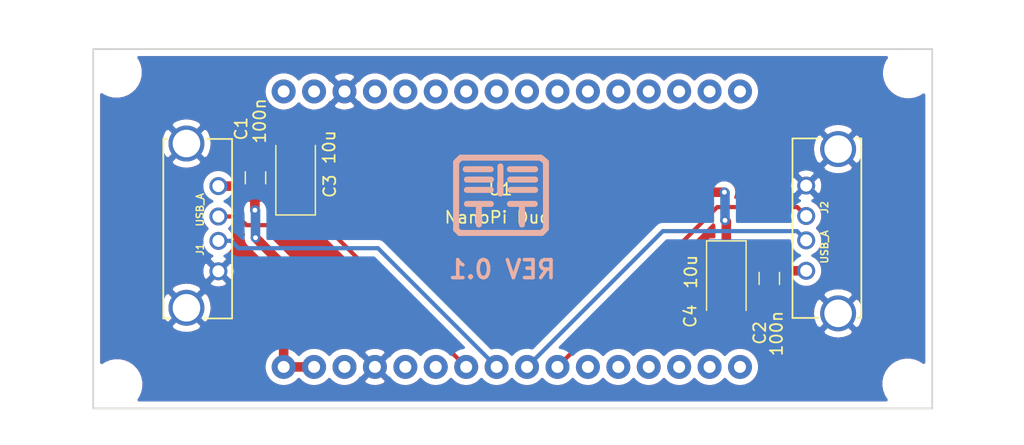
<source format=kicad_pcb>
(kicad_pcb (version 20170922) (host pcbnew "(2017-11-08 revision cd21218)-HEAD")

  (general
    (thickness 1.6)
    (drawings 5)
    (tracks 43)
    (zones 0)
    (modules 12)
    (nets 7)
  )

  (page A4)
  (layers
    (0 F.Cu signal)
    (31 B.Cu signal)
    (32 B.Adhes user)
    (33 F.Adhes user)
    (34 B.Paste user)
    (35 F.Paste user)
    (36 B.SilkS user)
    (37 F.SilkS user)
    (38 B.Mask user)
    (39 F.Mask user)
    (40 Dwgs.User user)
    (41 Cmts.User user)
    (42 Eco1.User user)
    (43 Eco2.User user)
    (44 Edge.Cuts user)
    (45 Margin user)
    (46 B.CrtYd user)
    (47 F.CrtYd user)
    (48 B.Fab user)
    (49 F.Fab user)
  )

  (setup
    (last_trace_width 0.35)
    (trace_clearance 0.3)
    (zone_clearance 0.508)
    (zone_45_only no)
    (trace_min 0.2)
    (segment_width 0.2)
    (edge_width 0.15)
    (via_size 0.6)
    (via_drill 0.4)
    (via_min_size 0.4)
    (via_min_drill 0.3)
    (uvia_size 0.3)
    (uvia_drill 0.1)
    (uvias_allowed no)
    (uvia_min_size 0.2)
    (uvia_min_drill 0.1)
    (pcb_text_width 0.3)
    (pcb_text_size 1.5 1.5)
    (mod_edge_width 0.15)
    (mod_text_size 1 1)
    (mod_text_width 0.15)
    (pad_size 1.524 1.524)
    (pad_drill 0.762)
    (pad_to_mask_clearance 0.2)
    (aux_axis_origin 0 0)
    (visible_elements FFFFFF7F)
    (pcbplotparams
      (layerselection 0x010fc_ffffffff)
      (usegerberextensions true)
      (usegerberattributes true)
      (usegerberadvancedattributes true)
      (creategerberjobfile true)
      (excludeedgelayer true)
      (linewidth 0.100000)
      (plotframeref false)
      (viasonmask false)
      (mode 1)
      (useauxorigin false)
      (hpglpennumber 1)
      (hpglpenspeed 20)
      (hpglpendiameter 15)
      (psnegative false)
      (psa4output false)
      (plotreference true)
      (plotvalue true)
      (plotinvisibletext false)
      (padsonsilk false)
      (subtractmaskfromsilk true)
      (outputformat 1)
      (mirror false)
      (drillshape 0)
      (scaleselection 1)
      (outputdirectory gerber/))
  )

  (net 0 "")
  (net 1 +5V)
  (net 2 GND)
  (net 3 /DP3)
  (net 4 /DM3)
  (net 5 /DP2)
  (net 6 /DM2)

  (net_class Default "This is the default net class."
    (clearance 0.3)
    (trace_width 0.35)
    (via_dia 0.6)
    (via_drill 0.4)
    (uvia_dia 0.3)
    (uvia_drill 0.1)
    (add_net +5V)
    (add_net /DM2)
    (add_net /DM3)
    (add_net /DP2)
    (add_net /DP3)
    (add_net GND)
  )

  (module Mounting_Holes:MountingHole_3.2mm_M3 locked (layer F.Cu) (tedit 5A537847) (tstamp 5A538743)
    (at 184.85 92.9)
    (descr "Mounting Hole 3.2mm, no annular, M3")
    (tags "mounting hole 3.2mm no annular m3")
    (attr virtual)
    (fp_text reference REF** (at 0 -4.2) (layer F.SilkS) hide
      (effects (font (size 1 1) (thickness 0.15)))
    )
    (fp_text value MountingHole_3.2mm_M3 (at 0.2 -5.2) (layer F.Fab)
      (effects (font (size 1 1) (thickness 0.15)))
    )
    (fp_text user %R (at 0.3 0) (layer F.Fab) hide
      (effects (font (size 1 1) (thickness 0.15)))
    )
    (fp_circle (center 0 0) (end 3.2 0) (layer Cmts.User) (width 0.15))
    (fp_circle (center 0 0) (end 3.45 0) (layer F.CrtYd) (width 0.05))
    (pad 1 np_thru_hole circle (at 0 0) (size 3.2 3.2) (drill 3.2) (layers *.Cu *.Mask))
  )

  (module Mounting_Holes:MountingHole_3.2mm_M3 locked (layer F.Cu) (tedit 5A537847) (tstamp 5A53873C)
    (at 184.8 118.85)
    (descr "Mounting Hole 3.2mm, no annular, M3")
    (tags "mounting hole 3.2mm no annular m3")
    (attr virtual)
    (fp_text reference REF** (at 0 -4.2) (layer F.SilkS) hide
      (effects (font (size 1 1) (thickness 0.15)))
    )
    (fp_text value MountingHole_3.2mm_M3 (at 0 4.2) (layer F.Fab)
      (effects (font (size 1 1) (thickness 0.15)))
    )
    (fp_text user %R (at 0.3 0) (layer F.Fab) hide
      (effects (font (size 1 1) (thickness 0.15)))
    )
    (fp_circle (center 0 0) (end 3.2 0) (layer Cmts.User) (width 0.15))
    (fp_circle (center 0 0) (end 3.45 0) (layer F.CrtYd) (width 0.05))
    (pad 1 np_thru_hole circle (at 0 0) (size 3.2 3.2) (drill 3.2) (layers *.Cu *.Mask))
  )

  (module Mounting_Holes:MountingHole_3.2mm_M3 locked (layer F.Cu) (tedit 5A537847) (tstamp 5A538732)
    (at 118.8 118.9)
    (descr "Mounting Hole 3.2mm, no annular, M3")
    (tags "mounting hole 3.2mm no annular m3")
    (attr virtual)
    (fp_text reference REF** (at 0 -4.2) (layer F.SilkS) hide
      (effects (font (size 1 1) (thickness 0.15)))
    )
    (fp_text value MountingHole_3.2mm_M3 (at 0 4.2) (layer F.Fab)
      (effects (font (size 1 1) (thickness 0.15)))
    )
    (fp_text user %R (at 0.3 0) (layer F.Fab) hide
      (effects (font (size 1 1) (thickness 0.15)))
    )
    (fp_circle (center 0 0) (end 3.2 0) (layer Cmts.User) (width 0.15))
    (fp_circle (center 0 0) (end 3.45 0) (layer F.CrtYd) (width 0.05))
    (pad 1 np_thru_hole circle (at 0 0) (size 3.2 3.2) (drill 3.2) (layers *.Cu *.Mask))
  )

  (module Capacitors_SMD:C_0805_HandSoldering (layer F.Cu) (tedit 5A537255) (tstamp 5A537E7F)
    (at 130.35 101.65 90)
    (descr "Capacitor SMD 0805, hand soldering")
    (tags "capacitor 0805")
    (path /5A537E3C)
    (attr smd)
    (fp_text reference C1 (at 4.1 -1.2 270) (layer F.SilkS)
      (effects (font (size 1 1) (thickness 0.15)))
    )
    (fp_text value 100n (at 4.75 0.35 270) (layer F.SilkS)
      (effects (font (size 1 1) (thickness 0.15)))
    )
    (fp_text user %R (at 0 -1.75 90) (layer F.Fab) hide
      (effects (font (size 1 1) (thickness 0.15)))
    )
    (fp_line (start -1 0.62) (end -1 -0.62) (layer F.Fab) (width 0.1))
    (fp_line (start 1 0.62) (end -1 0.62) (layer F.Fab) (width 0.1))
    (fp_line (start 1 -0.62) (end 1 0.62) (layer F.Fab) (width 0.1))
    (fp_line (start -1 -0.62) (end 1 -0.62) (layer F.Fab) (width 0.1))
    (fp_line (start 0.5 -0.85) (end -0.5 -0.85) (layer F.SilkS) (width 0.12))
    (fp_line (start -0.5 0.85) (end 0.5 0.85) (layer F.SilkS) (width 0.12))
    (fp_line (start -2.25 -0.88) (end 2.25 -0.88) (layer F.CrtYd) (width 0.05))
    (fp_line (start -2.25 -0.88) (end -2.25 0.87) (layer F.CrtYd) (width 0.05))
    (fp_line (start 2.25 0.87) (end 2.25 -0.88) (layer F.CrtYd) (width 0.05))
    (fp_line (start 2.25 0.87) (end -2.25 0.87) (layer F.CrtYd) (width 0.05))
    (pad 1 smd rect (at -1.25 0 90) (size 1.5 1.25) (layers F.Cu F.Paste F.Mask)
      (net 1 +5V))
    (pad 2 smd rect (at 1.25 0 90) (size 1.5 1.25) (layers F.Cu F.Paste F.Mask)
      (net 2 GND))
    (model ${KISYS3DMOD}/Capacitors_SMD.3dshapes/C_0805.stp
      (at (xyz 0 0 0))
      (scale (xyz 1 1 1))
      (rotate (xyz 0 0 0))
    )
  )

  (module Capacitors_SMD:C_0805_HandSoldering (layer F.Cu) (tedit 5A53728A) (tstamp 5A537E90)
    (at 173.25 110.05 270)
    (descr "Capacitor SMD 0805, hand soldering")
    (tags "capacitor 0805")
    (path /5A536FAA)
    (attr smd)
    (fp_text reference C2 (at 4.55 0.8 90) (layer F.SilkS)
      (effects (font (size 1 1) (thickness 0.15)))
    )
    (fp_text value 100n (at 4.6 -0.6 90) (layer F.SilkS)
      (effects (font (size 1 1) (thickness 0.15)))
    )
    (fp_text user %R (at 2.75 1.7) (layer F.Fab) hide
      (effects (font (size 1 1) (thickness 0.15)))
    )
    (fp_line (start -1 0.62) (end -1 -0.62) (layer F.Fab) (width 0.1))
    (fp_line (start 1 0.62) (end -1 0.62) (layer F.Fab) (width 0.1))
    (fp_line (start 1 -0.62) (end 1 0.62) (layer F.Fab) (width 0.1))
    (fp_line (start -1 -0.62) (end 1 -0.62) (layer F.Fab) (width 0.1))
    (fp_line (start 0.5 -0.85) (end -0.5 -0.85) (layer F.SilkS) (width 0.12))
    (fp_line (start -0.5 0.85) (end 0.5 0.85) (layer F.SilkS) (width 0.12))
    (fp_line (start -2.25 -0.88) (end 2.25 -0.88) (layer F.CrtYd) (width 0.05))
    (fp_line (start -2.25 -0.88) (end -2.25 0.87) (layer F.CrtYd) (width 0.05))
    (fp_line (start 2.25 0.87) (end 2.25 -0.88) (layer F.CrtYd) (width 0.05))
    (fp_line (start 2.25 0.87) (end -2.25 0.87) (layer F.CrtYd) (width 0.05))
    (pad 1 smd rect (at -1.25 0 270) (size 1.5 1.25) (layers F.Cu F.Paste F.Mask)
      (net 1 +5V))
    (pad 2 smd rect (at 1.25 0 270) (size 1.5 1.25) (layers F.Cu F.Paste F.Mask)
      (net 2 GND))
    (model ${KISYS3DMOD}/Capacitors_SMD.3dshapes/C_0805.stp
      (at (xyz 0 0 0))
      (scale (xyz 1 1 1))
      (rotate (xyz 0 0 0))
    )
  )

  (module Capacitors_Tantalum_SMD:CP_Tantalum_Case-B_EIA-3528-21_Hand (layer F.Cu) (tedit 5A53725E) (tstamp 5A537EA4)
    (at 133.7 100.7 90)
    (descr "Tantalum capacitor, Case B, EIA 3528-21, 3.5x2.8x1.9mm, Hand soldering footprint")
    (tags "capacitor tantalum smd")
    (path /5A537E36)
    (attr smd)
    (fp_text reference C3 (at -1.65 2.85 270) (layer F.SilkS)
      (effects (font (size 1 1) (thickness 0.15)))
    )
    (fp_text value 10u (at 1.6 2.8 270) (layer F.SilkS)
      (effects (font (size 1 1) (thickness 0.15)))
    )
    (fp_text user %R (at 0 0 90) (layer F.Fab) hide
      (effects (font (size 0.8 0.8) (thickness 0.12)))
    )
    (fp_line (start -4.15 -1.75) (end -4.15 1.75) (layer F.CrtYd) (width 0.05))
    (fp_line (start -4.15 1.75) (end 4.15 1.75) (layer F.CrtYd) (width 0.05))
    (fp_line (start 4.15 1.75) (end 4.15 -1.75) (layer F.CrtYd) (width 0.05))
    (fp_line (start 4.15 -1.75) (end -4.15 -1.75) (layer F.CrtYd) (width 0.05))
    (fp_line (start -1.75 -1.4) (end -1.75 1.4) (layer F.Fab) (width 0.1))
    (fp_line (start -1.75 1.4) (end 1.75 1.4) (layer F.Fab) (width 0.1))
    (fp_line (start 1.75 1.4) (end 1.75 -1.4) (layer F.Fab) (width 0.1))
    (fp_line (start 1.75 -1.4) (end -1.75 -1.4) (layer F.Fab) (width 0.1))
    (fp_line (start -1.4 -1.4) (end -1.4 1.4) (layer F.Fab) (width 0.1))
    (fp_line (start -1.225 -1.4) (end -1.225 1.4) (layer F.Fab) (width 0.1))
    (fp_line (start -4.05 -1.65) (end 1.75 -1.65) (layer F.SilkS) (width 0.12))
    (fp_line (start -4.05 1.65) (end 1.75 1.65) (layer F.SilkS) (width 0.12))
    (fp_line (start -4.05 -1.65) (end -4.05 1.65) (layer F.SilkS) (width 0.12))
    (pad 1 smd rect (at -2.15 0 90) (size 3.2 2.5) (layers F.Cu F.Paste F.Mask)
      (net 1 +5V))
    (pad 2 smd rect (at 2.15 0 90) (size 3.2 2.5) (layers F.Cu F.Paste F.Mask)
      (net 2 GND))
    (model ${KISYS3DMOD}/Capacitors_Tantalum_SMD.3dshapes/TantalC_SizeB_EIA-3528_HandSoldering.stp
      (at (xyz 0 0 0))
      (scale (xyz 1 1 1))
      (rotate (xyz 0 0 180))
    )
  )

  (module Capacitors_Tantalum_SMD:CP_Tantalum_Case-B_EIA-3528-21_Hand (layer F.Cu) (tedit 5A5372A7) (tstamp 5A537EB8)
    (at 169.661007 110.966425 270)
    (descr "Tantalum capacitor, Case B, EIA 3528-21, 3.5x2.8x1.9mm, Hand soldering footprint")
    (tags "capacitor tantalum smd")
    (path /5A536E81)
    (attr smd)
    (fp_text reference C4 (at 2.233575 3.011007 90) (layer F.SilkS)
      (effects (font (size 1 1) (thickness 0.15)))
    )
    (fp_text value 10u (at -1.466425 2.961007 90) (layer F.SilkS)
      (effects (font (size 1 1) (thickness 0.15)))
    )
    (fp_text user %R (at 0 0 270) (layer F.Fab) hide
      (effects (font (size 0.8 0.8) (thickness 0.12)))
    )
    (fp_line (start -4.15 -1.75) (end -4.15 1.75) (layer F.CrtYd) (width 0.05))
    (fp_line (start -4.15 1.75) (end 4.15 1.75) (layer F.CrtYd) (width 0.05))
    (fp_line (start 4.15 1.75) (end 4.15 -1.75) (layer F.CrtYd) (width 0.05))
    (fp_line (start 4.15 -1.75) (end -4.15 -1.75) (layer F.CrtYd) (width 0.05))
    (fp_line (start -1.75 -1.4) (end -1.75 1.4) (layer F.Fab) (width 0.1))
    (fp_line (start -1.75 1.4) (end 1.75 1.4) (layer F.Fab) (width 0.1))
    (fp_line (start 1.75 1.4) (end 1.75 -1.4) (layer F.Fab) (width 0.1))
    (fp_line (start 1.75 -1.4) (end -1.75 -1.4) (layer F.Fab) (width 0.1))
    (fp_line (start -1.4 -1.4) (end -1.4 1.4) (layer F.Fab) (width 0.1))
    (fp_line (start -1.225 -1.4) (end -1.225 1.4) (layer F.Fab) (width 0.1))
    (fp_line (start -4.05 -1.65) (end 1.75 -1.65) (layer F.SilkS) (width 0.12))
    (fp_line (start -4.05 1.65) (end 1.75 1.65) (layer F.SilkS) (width 0.12))
    (fp_line (start -4.05 -1.65) (end -4.05 1.65) (layer F.SilkS) (width 0.12))
    (pad 1 smd rect (at -2.15 0 270) (size 3.2 2.5) (layers F.Cu F.Paste F.Mask)
      (net 1 +5V))
    (pad 2 smd rect (at 2.15 0 270) (size 3.2 2.5) (layers F.Cu F.Paste F.Mask)
      (net 2 GND))
    (model ${KISYS3DMOD}/Capacitors_Tantalum_SMD.3dshapes/TantalC_SizeB_EIA-3528_HandSoldering.stp
      (at (xyz 0 0 0))
      (scale (xyz 1 1 1))
      (rotate (xyz 0 0 180))
    )
  )

  (module myfootprints:nano_pi_duo_usb_shield (layer F.Cu) (tedit 5A537E9F) (tstamp 5A537F12)
    (at 148.5011 105.0036)
    (path /5A536BAA)
    (fp_text reference U1 (at 2.2989 -2.4036) (layer F.SilkS)
      (effects (font (size 1 1) (thickness 0.15)))
    )
    (fp_text value "NanoPi Duo" (at 2.0489 -0.0536) (layer F.SilkS)
      (effects (font (size 1 1) (thickness 0.15)))
    )
    (fp_circle (center 36.449 -12.2682) (end 37.0078 -11.5316) (layer Dwgs.User) (width 0.15))
    (fp_line (start -31.694108 15.901158) (end -31.694108 -14.107747) (layer Dwgs.User) (width 0.1))
    (fp_line (start 38.32667 15.901158) (end -31.694108 15.901158) (layer Dwgs.User) (width 0.1))
    (fp_line (start -31.694108 -14.107747) (end 38.32667 -14.107747) (layer Dwgs.User) (width 0.1))
    (fp_line (start 38.32667 -14.107747) (end 38.32667 15.901158) (layer Dwgs.User) (width 0.1))
    (fp_line (start 38.3288 7.567761) (end 26.5938 7.567761) (layer Dwgs.User) (width 0.1))
    (fp_line (start -31.699273 -5.775275) (end -20.040365 -5.775275) (layer Dwgs.User) (width 0.1))
    (fp_line (start 26.619193 -5.775275) (end 38.303203 -5.775275) (layer Dwgs.User) (width 0.1))
    (fp_line (start -20.041403 7.568685) (end -31.699452 7.568685) (layer Dwgs.User) (width 0.1))
    (fp_line (start -20.041403 -5.765825) (end -20.041403 7.568685) (layer Dwgs.User) (width 0.1))
    (fp_line (start 26.600947 7.568685) (end 26.606196 -5.775275) (layer Dwgs.User) (width 0.1))
    (fp_circle (center 36.4744 14.061427) (end 37.0332 14.798027) (layer Dwgs.User) (width 0.15))
    (fp_circle (center -29.834827 14.0462) (end -29.276027 14.7828) (layer Dwgs.User) (width 0.15))
    (fp_circle (center -29.845 -12.2428) (end -29.2862 -11.5062) (layer Dwgs.User) (width 0.15))
    (pad 1 thru_hole circle (at -15.7988 -10.5664) (size 2 2) (drill 1) (layers *.Cu *.Mask))
    (pad 2 thru_hole circle (at -13.2588 -10.5664) (size 2 2) (drill 1) (layers *.Cu *.Mask))
    (pad 3 thru_hole circle (at -10.7188 -10.5664) (size 2 2) (drill 1) (layers *.Cu *.Mask)
      (net 2 GND))
    (pad 4 thru_hole circle (at -8.1788 -10.5664) (size 2 2) (drill 1) (layers *.Cu *.Mask))
    (pad 5 thru_hole circle (at -5.6388 -10.5664) (size 2 2) (drill 1) (layers *.Cu *.Mask))
    (pad 6 thru_hole circle (at -3.0988 -10.5664) (size 2 2) (drill 1) (layers *.Cu *.Mask))
    (pad 7 thru_hole circle (at -0.5588 -10.5664) (size 2 2) (drill 1) (layers *.Cu *.Mask))
    (pad 8 thru_hole circle (at 1.9812 -10.5664) (size 2 2) (drill 1) (layers *.Cu *.Mask))
    (pad 9 thru_hole circle (at 4.5212 -10.5664) (size 2 2) (drill 1) (layers *.Cu *.Mask))
    (pad 10 thru_hole circle (at 7.0612 -10.5664) (size 2 2) (drill 1) (layers *.Cu *.Mask))
    (pad 11 thru_hole circle (at 9.6012 -10.5664) (size 2 2) (drill 1) (layers *.Cu *.Mask))
    (pad 12 thru_hole circle (at 12.1412 -10.5664) (size 2 2) (drill 1) (layers *.Cu *.Mask))
    (pad 13 thru_hole circle (at 14.6812 -10.5664) (size 2 2) (drill 1) (layers *.Cu *.Mask))
    (pad 14 thru_hole circle (at 17.2212 -10.5664) (size 2 2) (drill 1) (layers *.Cu *.Mask))
    (pad 15 thru_hole circle (at 19.7612 -10.5664) (size 2 2) (drill 1) (layers *.Cu *.Mask))
    (pad 16 thru_hole circle (at 22.3012 -10.5664) (size 2 2) (drill 1) (layers *.Cu *.Mask))
    (pad 17 thru_hole circle (at 22.3012 12.4336) (size 2 2) (drill 1) (layers *.Cu *.Mask))
    (pad 18 thru_hole circle (at 19.7612 12.4336) (size 2 2) (drill 1) (layers *.Cu *.Mask))
    (pad 19 thru_hole circle (at 17.2212 12.4336) (size 2 2) (drill 1) (layers *.Cu *.Mask))
    (pad 20 thru_hole circle (at 14.6812 12.4336) (size 2 2) (drill 1) (layers *.Cu *.Mask))
    (pad 21 thru_hole circle (at 12.1412 12.4336) (size 2 2) (drill 1) (layers *.Cu *.Mask))
    (pad 22 thru_hole circle (at 9.6012 12.4336) (size 2 2) (drill 1) (layers *.Cu *.Mask))
    (pad 23 thru_hole circle (at 7.0612 12.4336) (size 2 2) (drill 1) (layers *.Cu *.Mask)
      (net 5 /DP2))
    (pad 24 thru_hole circle (at 4.5212 12.4336) (size 2 2) (drill 1) (layers *.Cu *.Mask)
      (net 6 /DM2))
    (pad 25 thru_hole circle (at 1.9812 12.4336) (size 2 2) (drill 1) (layers *.Cu *.Mask)
      (net 3 /DP3))
    (pad 26 thru_hole circle (at -0.5588 12.4336) (size 2 2) (drill 1) (layers *.Cu *.Mask)
      (net 4 /DM3))
    (pad 27 thru_hole circle (at -3.0988 12.4336) (size 2 2) (drill 1) (layers *.Cu *.Mask))
    (pad 28 thru_hole circle (at -5.6388 12.4336) (size 2 2) (drill 1) (layers *.Cu *.Mask))
    (pad 29 thru_hole circle (at -8.1788 12.4336) (size 2 2) (drill 1) (layers *.Cu *.Mask)
      (net 2 GND))
    (pad 30 thru_hole circle (at -10.7188 12.4336) (size 2 2) (drill 1) (layers *.Cu *.Mask))
    (pad 31 thru_hole circle (at -13.2588 12.4336) (size 2 2) (drill 1) (layers *.Cu *.Mask)
      (net 1 +5V))
    (pad 32 thru_hole circle (at -15.7988 12.4336) (size 2 2) (drill 1) (layers *.Cu *.Mask)
      (net 1 +5V))
    (model ${KISYS3DMOD}/Pin_Headers.3dshapes/Female/female_header_1x16_straight.stp
      (at (xyz 0.1220472440944882 0.4133858267716536 0))
      (scale (xyz 1 1 1))
      (rotate (xyz -90 0 0))
    )
    (model ${KISYS3DMOD}/Pin_Headers.3dshapes/Female/female_header_1x16_straight.stp
      (at (xyz 0.1338582677165354 -0.4921259842519685 0))
      (scale (xyz 1 1 1))
      (rotate (xyz -90 0 0))
    )
  )

  (module Mounting_Holes:MountingHole_3.2mm_M3 locked (layer F.Cu) (tedit 5A537847) (tstamp 5A538718)
    (at 118.75 92.85)
    (descr "Mounting Hole 3.2mm, no annular, M3")
    (tags "mounting hole 3.2mm no annular m3")
    (attr virtual)
    (fp_text reference REF** (at 0 -4.2) (layer F.SilkS) hide
      (effects (font (size 1 1) (thickness 0.15)))
    )
    (fp_text value MountingHole_3.2mm_M3 (at -0.25 -5.2) (layer F.Fab)
      (effects (font (size 1 1) (thickness 0.15)))
    )
    (fp_text user %R (at 0.3 0) (layer F.Fab) hide
      (effects (font (size 1 1) (thickness 0.15)))
    )
    (fp_circle (center 0 0) (end 3.2 0) (layer Cmts.User) (width 0.15))
    (fp_circle (center 0 0) (end 3.45 0) (layer F.CrtYd) (width 0.05))
    (pad 1 np_thru_hole circle (at 0 0) (size 3.2 3.2) (drill 3.2) (layers *.Cu *.Mask))
  )

  (module myfootprints:my_logo (layer B.Cu) (tedit 58739751) (tstamp 5A5384C4)
    (at 150.8 103.75 180)
    (attr virtual)
    (fp_text reference REF** (at 0.2032 5.4864 180) (layer B.SilkS) hide
      (effects (font (size 1 1) (thickness 0.15)) (justify mirror))
    )
    (fp_text value my_logo (at -0.0254 -4.6482 180) (layer B.Fab) hide
      (effects (font (size 1 1) (thickness 0.15)) (justify mirror))
    )
    (fp_line (start 2.800141 -0.0762) (end 0.799866 -0.0762) (layer B.SilkS) (width 0.5))
    (fp_line (start 1.8 -0.0762) (end 1.8 -1.800019) (layer B.SilkS) (width 0.5))
    (fp_line (start -1.8 -0.0762) (end -1.8 -1.8) (layer B.SilkS) (width 0.5))
    (fp_line (start -0.799864 -0.0762) (end -2.8686 -0.0762) (layer B.SilkS) (width 0.5))
    (fp_line (start 0 0.7874) (end 0 3.056) (layer B.SilkS) (width 0.5))
    (fp_line (start 0.797879 1.0922) (end 2.802084 1.0922) (layer B.SilkS) (width 0.5))
    (fp_line (start 0.7874 1.9558) (end 2.800773 1.9558) (layer B.SilkS) (width 0.5))
    (fp_line (start 0.8128 2.8194) (end 2.90009 2.8194) (layer B.SilkS) (width 0.5))
    (fp_line (start -2.900014 1.0922) (end -0.8382 1.0922) (layer B.SilkS) (width 0.5))
    (fp_line (start -2.900745 1.9558) (end -0.8128 1.9558) (layer B.SilkS) (width 0.5))
    (fp_line (start 3.319 3.7846) (end 3.7 3.4036) (layer B.SilkS) (width 0.5))
    (fp_line (start 3.7 3.4) (end 3.7 -2.203646) (layer B.SilkS) (width 0.5))
    (fp_line (start 3.7 -2.2) (end 3.3952 -2.5048) (layer B.SilkS) (width 0.5))
    (fp_line (start 3.4 -2.5) (end -3.4 -2.5) (layer B.SilkS) (width 0.5))
    (fp_line (start -3.4444 -2.5) (end -3.8 -2.1444) (layer B.SilkS) (width 0.5))
    (fp_line (start -3.8 -2.100956) (end -3.8 3.4036) (layer B.SilkS) (width 0.5))
    (fp_line (start -3.300015 3.7846) (end 3.300017 3.7846) (layer B.SilkS) (width 0.5))
    (fp_line (start -3.8 3.429) (end -3.3682 3.7846) (layer B.SilkS) (width 0.5))
    (fp_line (start -2.900089 2.8194) (end -0.7874 2.8194) (layer B.SilkS) (width 0.5))
    (fp_line (start -0.7874 2.8194) (end -0.7874 2.8194) (layer B.SilkS) (width 0.15))
  )

  (module myfootprints:USB_A_top locked (layer F.Cu) (tedit 587F3F77) (tstamp 5A537ECC)
    (at 127.25 102.34 270)
    (descr "USB A connector")
    (tags "USB USB_A")
    (path /5A536DB2)
    (fp_text reference J1 (at 5.28886 1.52888 270) (layer F.SilkS)
      (effects (font (size 0.6 0.6) (thickness 0.12)))
    )
    (fp_text value USB_A (at 1.98686 1.52888 270) (layer F.SilkS)
      (effects (font (size 0.6 0.6) (thickness 0.12)))
    )
    (fp_line (start -3.93614 4.600354) (end -3.93614 4.297834) (layer F.SilkS) (width 0.15))
    (fp_line (start 11.04986 -1.14512) (end -3.93614 -1.14512) (layer F.SilkS) (width 0.15))
    (fp_line (start 11.04986 4.6) (end -3.93614 4.6) (layer F.SilkS) (width 0.15))
    (fp_line (start -3.93614 1.00095) (end -3.93614 -1.14512) (layer F.SilkS) (width 0.15))
    (fp_line (start 11.04986 1.200529) (end 11.04986 -1.14512) (layer F.SilkS) (width 0.15))
    (fp_line (start 11.04986 4.6) (end 11.04986 4.097493) (layer F.SilkS) (width 0.15))
    (pad 4 thru_hole circle (at 7.11286 -0.00212 180) (size 1.50114 1.50114) (drill 1.00076) (layers *.Cu *.Mask)
      (net 2 GND))
    (pad 3 thru_hole circle (at 4.57286 -0.00212 180) (size 1.50114 1.50114) (drill 1.00076) (layers *.Cu *.Mask)
      (net 3 /DP3))
    (pad 2 thru_hole circle (at 2.54086 -0.00212 180) (size 1.50114 1.50114) (drill 1.00076) (layers *.Cu *.Mask)
      (net 4 /DM3))
    (pad 1 thru_hole circle (at 0.00086 -0.00212 180) (size 1.50114 1.50114) (drill 1.00076) (layers *.Cu *.Mask)
      (net 1 +5V))
    (pad 5 thru_hole circle (at 10.16086 2.66488 180) (size 2.99974 2.99974) (drill 2.30124) (layers *.Cu *.Mask)
      (net 2 GND))
    (pad 5 thru_hole circle (at -3.55514 2.66488 180) (size 2.99974 2.99974) (drill 2.30124) (layers *.Cu *.Mask)
      (net 2 GND))
    (model ${KISYS3DMOD}/Connectors_Other.3dshapes/Conn_USB-A-2.0_socket_right-angle.stp
      (at (xyz 0.1377952755905512 -0.1181102362204725 0))
      (scale (xyz 1 1 1))
      (rotate (xyz 0 0 0))
    )
  )

  (module myfootprints:USB_A_top locked (layer F.Cu) (tedit 587F3F77) (tstamp 5A537EE0)
    (at 176.33 109.41 90)
    (descr "USB A connector")
    (tags "USB USB_A")
    (path /5A536CD2)
    (fp_text reference J2 (at 5.28886 1.52888 90) (layer F.SilkS)
      (effects (font (size 0.6 0.6) (thickness 0.12)))
    )
    (fp_text value USB_A (at 1.98686 1.52888 90) (layer F.SilkS)
      (effects (font (size 0.6 0.6) (thickness 0.12)))
    )
    (fp_line (start -3.93614 4.600354) (end -3.93614 4.297834) (layer F.SilkS) (width 0.15))
    (fp_line (start 11.04986 -1.14512) (end -3.93614 -1.14512) (layer F.SilkS) (width 0.15))
    (fp_line (start 11.04986 4.6) (end -3.93614 4.6) (layer F.SilkS) (width 0.15))
    (fp_line (start -3.93614 1.00095) (end -3.93614 -1.14512) (layer F.SilkS) (width 0.15))
    (fp_line (start 11.04986 1.200529) (end 11.04986 -1.14512) (layer F.SilkS) (width 0.15))
    (fp_line (start 11.04986 4.6) (end 11.04986 4.097493) (layer F.SilkS) (width 0.15))
    (pad 4 thru_hole circle (at 7.11286 -0.00212) (size 1.50114 1.50114) (drill 1.00076) (layers *.Cu *.Mask)
      (net 2 GND))
    (pad 3 thru_hole circle (at 4.57286 -0.00212) (size 1.50114 1.50114) (drill 1.00076) (layers *.Cu *.Mask)
      (net 5 /DP2))
    (pad 2 thru_hole circle (at 2.54086 -0.00212) (size 1.50114 1.50114) (drill 1.00076) (layers *.Cu *.Mask)
      (net 6 /DM2))
    (pad 1 thru_hole circle (at 0.00086 -0.00212) (size 1.50114 1.50114) (drill 1.00076) (layers *.Cu *.Mask)
      (net 1 +5V))
    (pad 5 thru_hole circle (at 10.16086 2.66488) (size 2.99974 2.99974) (drill 2.30124) (layers *.Cu *.Mask)
      (net 2 GND))
    (pad 5 thru_hole circle (at -3.55514 2.66488) (size 2.99974 2.99974) (drill 2.30124) (layers *.Cu *.Mask)
      (net 2 GND))
    (model ${KISYS3DMOD}/Connectors_Other.3dshapes/Conn_USB-A-2.0_socket_right-angle.stp
      (at (xyz 0.1377952755905512 -0.1181102362204725 0))
      (scale (xyz 1 1 1))
      (rotate (xyz 0 0 0))
    )
  )

  (gr_text "REV 0.1" (at 150.95 109.3) (layer B.SilkS)
    (effects (font (size 1.5 1.5) (thickness 0.3)) (justify mirror))
  )
  (gr_line (start 116.8 120.9) (end 116.8 90.9) (layer Edge.Cuts) (width 0.15))
  (gr_line (start 186.85 120.9) (end 116.8 120.9) (layer Edge.Cuts) (width 0.15))
  (gr_line (start 186.85 90.9) (end 186.85 120.9) (layer Edge.Cuts) (width 0.15))
  (gr_line (start 116.8 90.9) (end 186.85 90.9) (layer Edge.Cuts) (width 0.15))

  (segment (start 135.75 102.85) (end 169.499996 102.85) (width 0.8) (layer F.Cu) (net 1))
  (segment (start 133.7 102.85) (end 135.75 102.85) (width 0.8) (layer F.Cu) (net 1))
  (segment (start 169.549998 102.900002) (end 169.499996 102.85) (width 0.8) (layer B.Cu) (net 1))
  (segment (start 169.549998 105.2) (end 169.549998 102.900002) (width 0.8) (layer B.Cu) (net 1))
  (via (at 169.499996 102.85) (size 0.8) (drill 0.4) (layers F.Cu B.Cu) (net 1))
  (segment (start 169.661007 105.311009) (end 169.549998 105.2) (width 0.8) (layer F.Cu) (net 1))
  (segment (start 169.661007 108.816425) (end 169.661007 105.311009) (width 0.8) (layer F.Cu) (net 1))
  (via (at 169.549998 105.2) (size 0.8) (drill 0.4) (layers F.Cu B.Cu) (net 1))
  (segment (start 130.35 104.399991) (end 130.3 104.349991) (width 0.8) (layer B.Cu) (net 1))
  (segment (start 130.35 106.65) (end 130.35 104.399991) (width 0.8) (layer B.Cu) (net 1))
  (segment (start 130.3 103.784306) (end 130.3 104.349991) (width 0.8) (layer F.Cu) (net 1))
  (segment (start 130.35 102.9) (end 130.3 102.95) (width 0.8) (layer F.Cu) (net 1))
  (via (at 130.3 104.349991) (size 0.8) (drill 0.4) (layers F.Cu B.Cu) (net 1))
  (segment (start 130.3 102.95) (end 130.3 103.784306) (width 0.8) (layer F.Cu) (net 1))
  (segment (start 130.749999 107.049999) (end 130.35 106.65) (width 0.8) (layer F.Cu) (net 1))
  (segment (start 132.7023 109.0023) (end 130.749999 107.049999) (width 0.8) (layer F.Cu) (net 1))
  (segment (start 132.7023 117.4372) (end 132.7023 109.0023) (width 0.8) (layer F.Cu) (net 1))
  (via (at 130.35 106.65) (size 0.8) (drill 0.4) (layers F.Cu B.Cu) (net 1))
  (segment (start 173.25 108.8) (end 169.677432 108.8) (width 0.8) (layer F.Cu) (net 1))
  (segment (start 169.677432 108.8) (end 169.661007 108.816425) (width 0.8) (layer F.Cu) (net 1))
  (segment (start 176.33 109.41) (end 173.86 109.41) (width 0.8) (layer F.Cu) (net 1))
  (segment (start 173.86 109.41) (end 173.25 108.8) (width 0.8) (layer F.Cu) (net 1))
  (segment (start 130.35 102.9) (end 133.65 102.9) (width 0.8) (layer F.Cu) (net 1))
  (segment (start 133.65 102.9) (end 133.7 102.85) (width 0.8) (layer F.Cu) (net 1))
  (segment (start 127.25 102.34) (end 129.79 102.34) (width 0.8) (layer F.Cu) (net 1))
  (segment (start 129.79 102.34) (end 130.35 102.9) (width 0.8) (layer F.Cu) (net 1))
  (segment (start 132.7023 117.4372) (end 135.2423 117.4372) (width 0.8) (layer F.Cu) (net 1))
  (segment (start 140.570102 107.525002) (end 128.925662 107.525002) (width 0.35) (layer B.Cu) (net 3))
  (segment (start 150.4823 117.4372) (end 140.570102 107.525002) (width 0.35) (layer B.Cu) (net 3))
  (segment (start 128.925662 107.525002) (end 128.31066 106.91) (width 0.35) (layer B.Cu) (net 3))
  (segment (start 128.31066 106.91) (end 127.25 106.91) (width 0.35) (layer B.Cu) (net 3))
  (segment (start 127.25 104.88) (end 128.88 104.88) (width 0.35) (layer F.Cu) (net 4))
  (segment (start 128.88 104.88) (end 129.6 105.6) (width 0.35) (layer F.Cu) (net 4))
  (segment (start 136.1051 105.6) (end 146.942301 116.437201) (width 0.35) (layer F.Cu) (net 4))
  (segment (start 129.6 105.6) (end 136.1051 105.6) (width 0.35) (layer F.Cu) (net 4))
  (segment (start 146.942301 116.437201) (end 147.9423 117.4372) (width 0.35) (layer F.Cu) (net 4))
  (segment (start 156.562299 116.437201) (end 155.5623 117.4372) (width 0.35) (layer F.Cu) (net 5))
  (segment (start 168.909499 104.090001) (end 156.562299 116.437201) (width 0.35) (layer F.Cu) (net 5))
  (segment (start 175.580001 104.090001) (end 168.909499 104.090001) (width 0.35) (layer F.Cu) (net 5))
  (segment (start 176.33 104.84) (end 175.580001 104.090001) (width 0.35) (layer F.Cu) (net 5))
  (segment (start 175.56 106.1) (end 164.3595 106.1) (width 0.35) (layer B.Cu) (net 6))
  (segment (start 164.3595 106.1) (end 153.0223 117.4372) (width 0.35) (layer B.Cu) (net 6))
  (segment (start 176.33 106.87) (end 175.56 106.1) (width 0.35) (layer B.Cu) (net 6))

  (zone (net 2) (net_name GND) (layer B.Cu) (tstamp 0) (hatch edge 0.508)
    (connect_pads (clearance 0.508))
    (min_thickness 0.254)
    (fill yes (arc_segments 32) (thermal_gap 0.508) (thermal_bridge_width 0.508))
    (polygon
      (pts
        (xy 116.75 90.85) (xy 186.85 90.85) (xy 186.85 120.9) (xy 116.8 120.9)
      )
    )
    (filled_polygon
      (pts
        (xy 182.881978 91.818071) (xy 182.709311 92.220933) (xy 182.618182 92.649662) (xy 182.612062 93.087925) (xy 182.691185 93.51903)
        (xy 182.852536 93.926557) (xy 183.08997 94.294982) (xy 183.394443 94.610273) (xy 183.754358 94.860421) (xy 184.156005 95.035896)
        (xy 184.584087 95.130016) (xy 185.022297 95.139195) (xy 185.453944 95.063084) (xy 185.862587 94.904582) (xy 186.14 94.72853)
        (xy 186.14 117.057829) (xy 185.868164 116.874473) (xy 185.464105 116.704622) (xy 185.034751 116.616489) (xy 184.596456 116.613429)
        (xy 184.165914 116.695559) (xy 183.759523 116.859752) (xy 183.392764 117.099752) (xy 183.079607 117.406419) (xy 182.831978 117.768071)
        (xy 182.659311 118.170933) (xy 182.568182 118.599662) (xy 182.562062 119.037925) (xy 182.641185 119.46903) (xy 182.802536 119.876557)
        (xy 183.004536 120.19) (xy 120.625255 120.19) (xy 120.752724 120.009302) (xy 120.930999 119.608889) (xy 121.028105 119.181475)
        (xy 121.035096 118.680847) (xy 120.949962 118.250888) (xy 120.782936 117.845654) (xy 120.602898 117.574675) (xy 131.065151 117.574675)
        (xy 131.123033 117.890048) (xy 131.241068 118.188171) (xy 131.414761 118.457691) (xy 131.637497 118.68834) (xy 131.90079 118.871333)
        (xy 132.194613 118.999701) (xy 132.507773 119.068554) (xy 132.828343 119.075269) (xy 133.144111 119.01959) (xy 133.443052 118.903639)
        (xy 133.713777 118.731832) (xy 133.945976 118.510712) (xy 133.971298 118.474816) (xy 134.177497 118.68834) (xy 134.44079 118.871333)
        (xy 134.734613 118.999701) (xy 135.047773 119.068554) (xy 135.368343 119.075269) (xy 135.684111 119.01959) (xy 135.983052 118.903639)
        (xy 136.253777 118.731832) (xy 136.485976 118.510712) (xy 136.511298 118.474816) (xy 136.717497 118.68834) (xy 136.98079 118.871333)
        (xy 137.274613 118.999701) (xy 137.587773 119.068554) (xy 137.908343 119.075269) (xy 138.224111 119.01959) (xy 138.523052 118.903639)
        (xy 138.793777 118.731832) (xy 138.960973 118.572613) (xy 139.366492 118.572613) (xy 139.462256 118.837014) (xy 139.751871 118.977904)
        (xy 140.063408 119.059584) (xy 140.384895 119.078918) (xy 140.703975 119.035161) (xy 141.008388 118.929995) (xy 141.182344 118.837014)
        (xy 141.278108 118.572613) (xy 140.3223 117.616805) (xy 139.366492 118.572613) (xy 138.960973 118.572613) (xy 139.025976 118.510712)
        (xy 139.124856 118.370541) (xy 139.186887 118.393008) (xy 140.142695 117.4372) (xy 139.186887 116.481392) (xy 139.125169 116.503746)
        (xy 139.055465 116.398832) (xy 138.959096 116.301787) (xy 139.366492 116.301787) (xy 140.3223 117.257595) (xy 141.278108 116.301787)
        (xy 141.182344 116.037386) (xy 140.892729 115.896496) (xy 140.581192 115.814816) (xy 140.259705 115.795482) (xy 139.940625 115.839239)
        (xy 139.636212 115.944405) (xy 139.462256 116.037386) (xy 139.366492 116.301787) (xy 138.959096 116.301787) (xy 138.829531 116.171315)
        (xy 138.563708 115.992016) (xy 138.268122 115.867763) (xy 137.954031 115.803289) (xy 137.633399 115.801051) (xy 137.318438 115.861133)
        (xy 137.021146 115.981246) (xy 136.752846 116.156817) (xy 136.523757 116.381157) (xy 136.51321 116.396561) (xy 136.289531 116.171315)
        (xy 136.023708 115.992016) (xy 135.728122 115.867763) (xy 135.414031 115.803289) (xy 135.093399 115.801051) (xy 134.778438 115.861133)
        (xy 134.481146 115.981246) (xy 134.212846 116.156817) (xy 133.983757 116.381157) (xy 133.97321 116.396561) (xy 133.749531 116.171315)
        (xy 133.483708 115.992016) (xy 133.188122 115.867763) (xy 132.874031 115.803289) (xy 132.553399 115.801051) (xy 132.238438 115.861133)
        (xy 131.941146 115.981246) (xy 131.672846 116.156817) (xy 131.443757 116.381157) (xy 131.262606 116.645722) (xy 131.136293 116.940433)
        (xy 131.069628 117.254066) (xy 131.065151 117.574675) (xy 120.602898 117.574675) (xy 120.540381 117.48058) (xy 120.231536 117.169571)
        (xy 119.868164 116.924473) (xy 119.464105 116.754622) (xy 119.034751 116.666489) (xy 118.596456 116.663429) (xy 118.165914 116.745559)
        (xy 117.759523 116.909752) (xy 117.51 117.073035) (xy 117.51 113.992421) (xy 123.273164 113.992421) (xy 123.42916 114.307968)
        (xy 123.80392 114.498761) (xy 124.208702 114.612777) (xy 124.627949 114.645632) (xy 125.045551 114.596065) (xy 125.445459 114.465981)
        (xy 125.74108 114.307968) (xy 125.897076 113.992421) (xy 124.58512 112.680465) (xy 123.273164 113.992421) (xy 117.51 113.992421)
        (xy 117.51 112.543689) (xy 122.440348 112.543689) (xy 122.489915 112.961291) (xy 122.619999 113.361199) (xy 122.778012 113.65682)
        (xy 123.093559 113.812816) (xy 124.405515 112.50086) (xy 124.764725 112.50086) (xy 126.076681 113.812816) (xy 126.392228 113.65682)
        (xy 126.583021 113.28206) (xy 126.697037 112.877278) (xy 126.729892 112.458031) (xy 126.680325 112.040429) (xy 126.550241 111.640521)
        (xy 126.392228 111.3449) (xy 126.076681 111.188904) (xy 124.764725 112.50086) (xy 124.405515 112.50086) (xy 123.093559 111.188904)
        (xy 122.778012 111.3449) (xy 122.587219 111.71966) (xy 122.473203 112.124442) (xy 122.440348 112.543689) (xy 117.51 112.543689)
        (xy 117.51 111.009299) (xy 123.273164 111.009299) (xy 124.58512 112.321255) (xy 125.897076 111.009299) (xy 125.74108 110.693752)
        (xy 125.36632 110.502959) (xy 125.037222 110.410261) (xy 126.474324 110.410261) (xy 126.539919 110.649186) (xy 126.786995 110.765143)
        (xy 127.051947 110.830669) (xy 127.32459 110.843247) (xy 127.594449 110.802393) (xy 127.851152 110.709677) (xy 127.964321 110.649186)
        (xy 128.029916 110.410261) (xy 127.25212 109.632465) (xy 126.474324 110.410261) (xy 125.037222 110.410261) (xy 124.961538 110.388943)
        (xy 124.542291 110.356088) (xy 124.124689 110.405655) (xy 123.724781 110.535739) (xy 123.42916 110.693752) (xy 123.273164 111.009299)
        (xy 117.51 111.009299) (xy 117.51 109.52533) (xy 125.861733 109.52533) (xy 125.902587 109.795189) (xy 125.995303 110.051892)
        (xy 126.055794 110.165061) (xy 126.294719 110.230656) (xy 127.072515 109.45286) (xy 127.431725 109.45286) (xy 128.209521 110.230656)
        (xy 128.448446 110.165061) (xy 128.564403 109.917985) (xy 128.629929 109.653033) (xy 128.642507 109.38039) (xy 128.601653 109.110531)
        (xy 128.508937 108.853828) (xy 128.448446 108.740659) (xy 128.209521 108.675064) (xy 127.431725 109.45286) (xy 127.072515 109.45286)
        (xy 126.294719 108.675064) (xy 126.055794 108.740659) (xy 125.939837 108.987735) (xy 125.874311 109.252687) (xy 125.861733 109.52533)
        (xy 117.51 109.52533) (xy 117.51 102.457362) (xy 125.864729 102.457362) (xy 125.91378 102.724623) (xy 126.013809 102.977266)
        (xy 126.161004 103.205668) (xy 126.34976 103.40113) (xy 126.572886 103.556207) (xy 126.697313 103.610567) (xy 126.607085 103.647022)
        (xy 126.379716 103.795808) (xy 126.185576 103.985924) (xy 126.032061 104.210127) (xy 125.925017 104.459878) (xy 125.868523 104.725665)
        (xy 125.864729 104.997362) (xy 125.91378 105.264623) (xy 126.013809 105.517266) (xy 126.161004 105.745668) (xy 126.308075 105.897964)
        (xy 126.185576 106.017924) (xy 126.032061 106.242127) (xy 125.925017 106.491878) (xy 125.868523 106.757665) (xy 125.864729 107.029362)
        (xy 125.91378 107.296623) (xy 126.013809 107.549266) (xy 126.161004 107.777668) (xy 126.34976 107.97313) (xy 126.572886 108.128207)
        (xy 126.694183 108.1812) (xy 126.653088 108.196043) (xy 126.539919 108.256534) (xy 126.474324 108.495459) (xy 127.25212 109.273255)
        (xy 128.029916 108.495459) (xy 127.964321 108.256534) (xy 127.808337 108.183328) (xy 127.879865 108.155584) (xy 128.109289 108.009987)
        (xy 128.189116 107.933969) (xy 128.352905 108.097758) (xy 128.410758 108.145279) (xy 128.468039 108.193344) (xy 128.471767 108.195394)
        (xy 128.475062 108.1981) (xy 128.54101 108.233461) (xy 128.606569 108.269502) (xy 128.610632 108.270791) (xy 128.614383 108.272802)
        (xy 128.68587 108.294658) (xy 128.757254 108.317302) (xy 128.761491 108.317777) (xy 128.765559 108.319021) (xy 128.83995 108.326578)
        (xy 128.914353 108.334923) (xy 128.922679 108.334981) (xy 128.922835 108.334997) (xy 128.92298 108.334983) (xy 128.925662 108.335002)
        (xy 140.23459 108.335002) (xy 147.715499 115.815911) (xy 147.478438 115.861133) (xy 147.181146 115.981246) (xy 146.912846 116.156817)
        (xy 146.683757 116.381157) (xy 146.67321 116.396561) (xy 146.449531 116.171315) (xy 146.183708 115.992016) (xy 145.888122 115.867763)
        (xy 145.574031 115.803289) (xy 145.253399 115.801051) (xy 144.938438 115.861133) (xy 144.641146 115.981246) (xy 144.372846 116.156817)
        (xy 144.143757 116.381157) (xy 144.13321 116.396561) (xy 143.909531 116.171315) (xy 143.643708 115.992016) (xy 143.348122 115.867763)
        (xy 143.034031 115.803289) (xy 142.713399 115.801051) (xy 142.398438 115.861133) (xy 142.101146 115.981246) (xy 141.832846 116.156817)
        (xy 141.603757 116.381157) (xy 141.519742 116.503858) (xy 141.457713 116.481392) (xy 140.501905 117.4372) (xy 141.457713 118.393008)
        (xy 141.518814 118.370878) (xy 141.574761 118.457691) (xy 141.797497 118.68834) (xy 142.06079 118.871333) (xy 142.354613 118.999701)
        (xy 142.667773 119.068554) (xy 142.988343 119.075269) (xy 143.304111 119.01959) (xy 143.603052 118.903639) (xy 143.873777 118.731832)
        (xy 144.105976 118.510712) (xy 144.131298 118.474816) (xy 144.337497 118.68834) (xy 144.60079 118.871333) (xy 144.894613 118.999701)
        (xy 145.207773 119.068554) (xy 145.528343 119.075269) (xy 145.844111 119.01959) (xy 146.143052 118.903639) (xy 146.413777 118.731832)
        (xy 146.645976 118.510712) (xy 146.671298 118.474816) (xy 146.877497 118.68834) (xy 147.14079 118.871333) (xy 147.434613 118.999701)
        (xy 147.747773 119.068554) (xy 148.068343 119.075269) (xy 148.384111 119.01959) (xy 148.683052 118.903639) (xy 148.953777 118.731832)
        (xy 149.185976 118.510712) (xy 149.211298 118.474816) (xy 149.417497 118.68834) (xy 149.68079 118.871333) (xy 149.974613 118.999701)
        (xy 150.287773 119.068554) (xy 150.608343 119.075269) (xy 150.924111 119.01959) (xy 151.223052 118.903639) (xy 151.493777 118.731832)
        (xy 151.725976 118.510712) (xy 151.751298 118.474816) (xy 151.957497 118.68834) (xy 152.22079 118.871333) (xy 152.514613 118.999701)
        (xy 152.827773 119.068554) (xy 153.148343 119.075269) (xy 153.464111 119.01959) (xy 153.763052 118.903639) (xy 154.033777 118.731832)
        (xy 154.265976 118.510712) (xy 154.291298 118.474816) (xy 154.497497 118.68834) (xy 154.76079 118.871333) (xy 155.054613 118.999701)
        (xy 155.367773 119.068554) (xy 155.688343 119.075269) (xy 156.004111 119.01959) (xy 156.303052 118.903639) (xy 156.573777 118.731832)
        (xy 156.805976 118.510712) (xy 156.831298 118.474816) (xy 157.037497 118.68834) (xy 157.30079 118.871333) (xy 157.594613 118.999701)
        (xy 157.907773 119.068554) (xy 158.228343 119.075269) (xy 158.544111 119.01959) (xy 158.843052 118.903639) (xy 159.113777 118.731832)
        (xy 159.345976 118.510712) (xy 159.371298 118.474816) (xy 159.577497 118.68834) (xy 159.84079 118.871333) (xy 160.134613 118.999701)
        (xy 160.447773 119.068554) (xy 160.768343 119.075269) (xy 161.084111 119.01959) (xy 161.383052 118.903639) (xy 161.653777 118.731832)
        (xy 161.885976 118.510712) (xy 161.911298 118.474816) (xy 162.117497 118.68834) (xy 162.38079 118.871333) (xy 162.674613 118.999701)
        (xy 162.987773 119.068554) (xy 163.308343 119.075269) (xy 163.624111 119.01959) (xy 163.923052 118.903639) (xy 164.193777 118.731832)
        (xy 164.425976 118.510712) (xy 164.451298 118.474816) (xy 164.657497 118.68834) (xy 164.92079 118.871333) (xy 165.214613 118.999701)
        (xy 165.527773 119.068554) (xy 165.848343 119.075269) (xy 166.164111 119.01959) (xy 166.463052 118.903639) (xy 166.733777 118.731832)
        (xy 166.965976 118.510712) (xy 166.991298 118.474816) (xy 167.197497 118.68834) (xy 167.46079 118.871333) (xy 167.754613 118.999701)
        (xy 168.067773 119.068554) (xy 168.388343 119.075269) (xy 168.704111 119.01959) (xy 169.003052 118.903639) (xy 169.273777 118.731832)
        (xy 169.505976 118.510712) (xy 169.531298 118.474816) (xy 169.737497 118.68834) (xy 170.00079 118.871333) (xy 170.294613 118.999701)
        (xy 170.607773 119.068554) (xy 170.928343 119.075269) (xy 171.244111 119.01959) (xy 171.543052 118.903639) (xy 171.813777 118.731832)
        (xy 172.045976 118.510712) (xy 172.230803 118.248703) (xy 172.361219 117.955783) (xy 172.432256 117.643111) (xy 172.43737 117.27688)
        (xy 172.375091 116.962346) (xy 172.252904 116.6659) (xy 172.075465 116.398832) (xy 171.849531 116.171315) (xy 171.583708 115.992016)
        (xy 171.288122 115.867763) (xy 170.974031 115.803289) (xy 170.653399 115.801051) (xy 170.338438 115.861133) (xy 170.041146 115.981246)
        (xy 169.772846 116.156817) (xy 169.543757 116.381157) (xy 169.53321 116.396561) (xy 169.309531 116.171315) (xy 169.043708 115.992016)
        (xy 168.748122 115.867763) (xy 168.434031 115.803289) (xy 168.113399 115.801051) (xy 167.798438 115.861133) (xy 167.501146 115.981246)
        (xy 167.232846 116.156817) (xy 167.003757 116.381157) (xy 166.99321 116.396561) (xy 166.769531 116.171315) (xy 166.503708 115.992016)
        (xy 166.208122 115.867763) (xy 165.894031 115.803289) (xy 165.573399 115.801051) (xy 165.258438 115.861133) (xy 164.961146 115.981246)
        (xy 164.692846 116.156817) (xy 164.463757 116.381157) (xy 164.45321 116.396561) (xy 164.229531 116.171315) (xy 163.963708 115.992016)
        (xy 163.668122 115.867763) (xy 163.354031 115.803289) (xy 163.033399 115.801051) (xy 162.718438 115.861133) (xy 162.421146 115.981246)
        (xy 162.152846 116.156817) (xy 161.923757 116.381157) (xy 161.91321 116.396561) (xy 161.689531 116.171315) (xy 161.423708 115.992016)
        (xy 161.128122 115.867763) (xy 160.814031 115.803289) (xy 160.493399 115.801051) (xy 160.178438 115.861133) (xy 159.881146 115.981246)
        (xy 159.612846 116.156817) (xy 159.383757 116.381157) (xy 159.37321 116.396561) (xy 159.149531 116.171315) (xy 158.883708 115.992016)
        (xy 158.588122 115.867763) (xy 158.274031 115.803289) (xy 157.953399 115.801051) (xy 157.638438 115.861133) (xy 157.341146 115.981246)
        (xy 157.072846 116.156817) (xy 156.843757 116.381157) (xy 156.83321 116.396561) (xy 156.609531 116.171315) (xy 156.343708 115.992016)
        (xy 156.048122 115.867763) (xy 155.790194 115.814818) (xy 157.148311 114.456701) (xy 177.682924 114.456701) (xy 177.83892 114.772248)
        (xy 178.21368 114.963041) (xy 178.618462 115.077057) (xy 179.037709 115.109912) (xy 179.455311 115.060345) (xy 179.855219 114.930261)
        (xy 180.15084 114.772248) (xy 180.306836 114.456701) (xy 178.99488 113.144745) (xy 177.682924 114.456701) (xy 157.148311 114.456701)
        (xy 158.597043 113.007969) (xy 176.850108 113.007969) (xy 176.899675 113.425571) (xy 177.029759 113.825479) (xy 177.187772 114.1211)
        (xy 177.503319 114.277096) (xy 178.815275 112.96514) (xy 179.174485 112.96514) (xy 180.486441 114.277096) (xy 180.801988 114.1211)
        (xy 180.992781 113.74634) (xy 181.106797 113.341558) (xy 181.139652 112.922311) (xy 181.090085 112.504709) (xy 180.960001 112.104801)
        (xy 180.801988 111.80918) (xy 180.486441 111.653184) (xy 179.174485 112.96514) (xy 178.815275 112.96514) (xy 177.503319 111.653184)
        (xy 177.187772 111.80918) (xy 176.996979 112.18394) (xy 176.882963 112.588722) (xy 176.850108 113.007969) (xy 158.597043 113.007969)
        (xy 160.131433 111.473579) (xy 177.682924 111.473579) (xy 178.99488 112.785535) (xy 180.306836 111.473579) (xy 180.15084 111.158032)
        (xy 179.77608 110.967239) (xy 179.371298 110.853223) (xy 178.952051 110.820368) (xy 178.534449 110.869935) (xy 178.134541 111.000019)
        (xy 177.83892 111.158032) (xy 177.682924 111.473579) (xy 160.131433 111.473579) (xy 164.695012 106.91) (xy 174.941545 106.91)
        (xy 174.940489 106.985642) (xy 174.98954 107.252903) (xy 175.089569 107.505546) (xy 175.236764 107.733948) (xy 175.42552 107.92941)
        (xy 175.648646 108.084487) (xy 175.773073 108.138847) (xy 175.682845 108.175302) (xy 175.455476 108.324088) (xy 175.261336 108.514204)
        (xy 175.107821 108.738407) (xy 175.000777 108.988158) (xy 174.944283 109.253945) (xy 174.940489 109.525642) (xy 174.98954 109.792903)
        (xy 175.089569 110.045546) (xy 175.236764 110.273948) (xy 175.42552 110.46941) (xy 175.648646 110.624487) (xy 175.897644 110.733271)
        (xy 176.163029 110.79162) (xy 176.434694 110.797311) (xy 176.70229 110.750126) (xy 176.955625 110.651864) (xy 177.185049 110.506267)
        (xy 177.381825 110.318881) (xy 177.538455 110.096842) (xy 177.648975 109.84861) (xy 177.709176 109.583638) (xy 177.713509 109.273278)
        (xy 177.660731 109.006729) (xy 177.557185 108.755507) (xy 177.406815 108.529182) (xy 177.215349 108.336374) (xy 176.990079 108.184428)
        (xy 176.883764 108.139737) (xy 176.955625 108.111864) (xy 177.185049 107.966267) (xy 177.381825 107.778881) (xy 177.538455 107.556842)
        (xy 177.648975 107.30861) (xy 177.709176 107.043638) (xy 177.713509 106.733278) (xy 177.660731 106.466729) (xy 177.557185 106.215507)
        (xy 177.406815 105.989182) (xy 177.271001 105.852416) (xy 177.381825 105.746881) (xy 177.538455 105.524842) (xy 177.648975 105.27661)
        (xy 177.709176 105.011638) (xy 177.713509 104.701278) (xy 177.660731 104.434729) (xy 177.557185 104.183507) (xy 177.406815 103.957182)
        (xy 177.215349 103.764374) (xy 176.990079 103.612428) (xy 176.886072 103.568708) (xy 176.926912 103.553957) (xy 177.040081 103.493466)
        (xy 177.105676 103.254541) (xy 176.32788 102.476745) (xy 175.550084 103.254541) (xy 175.615679 103.493466) (xy 175.772516 103.567072)
        (xy 175.682845 103.603302) (xy 175.455476 103.752088) (xy 175.261336 103.942204) (xy 175.107821 104.166407) (xy 175.000777 104.416158)
        (xy 174.944283 104.681945) (xy 174.940489 104.953642) (xy 174.98954 105.220903) (xy 175.016898 105.29) (xy 170.582368 105.29)
        (xy 170.583214 105.229458) (xy 170.584897 105.214451) (xy 170.584998 105.2) (xy 170.584998 105.101664) (xy 170.585042 105.098513)
        (xy 170.584998 105.098291) (xy 170.584998 102.900002) (xy 170.57567 102.804861) (xy 170.567336 102.709613) (xy 170.565818 102.70439)
        (xy 170.565287 102.698969) (xy 170.537644 102.607411) (xy 170.510981 102.515637) (xy 170.508476 102.510805) (xy 170.506903 102.505594)
        (xy 170.462044 102.421227) (xy 170.435289 102.36961) (xy 174.937493 102.36961) (xy 174.978347 102.639469) (xy 175.071063 102.896172)
        (xy 175.131554 103.009341) (xy 175.370479 103.074936) (xy 176.148275 102.29714) (xy 176.507485 102.29714) (xy 177.285281 103.074936)
        (xy 177.524206 103.009341) (xy 177.640163 102.762265) (xy 177.705689 102.497313) (xy 177.718267 102.22467) (xy 177.677413 101.954811)
        (xy 177.584697 101.698108) (xy 177.524206 101.584939) (xy 177.285281 101.519344) (xy 176.507485 102.29714) (xy 176.148275 102.29714)
        (xy 175.370479 101.519344) (xy 175.131554 101.584939) (xy 175.015597 101.832015) (xy 174.950071 102.096967) (xy 174.937493 102.36961)
        (xy 170.435289 102.36961) (xy 170.418023 102.336301) (xy 170.414624 102.332043) (xy 170.412071 102.327242) (xy 170.351674 102.253188)
        (xy 170.318695 102.211876) (xy 170.305944 102.192684) (xy 170.292841 102.179489) (xy 170.292001 102.178437) (xy 170.284531 102.170862)
        (xy 170.284404 102.170706) (xy 170.28426 102.170587) (xy 170.281854 102.168147) (xy 170.242027 102.128319) (xy 170.162922 102.04866)
        (xy 169.994649 101.935158) (xy 169.807535 101.856503) (xy 169.608706 101.815689) (xy 169.405737 101.814272) (xy 169.206359 101.852306)
        (xy 169.018164 101.928341) (xy 168.848323 102.039482) (xy 168.703304 102.181496) (xy 168.58863 102.348972) (xy 168.50867 102.535533)
        (xy 168.466469 102.734071) (xy 168.463635 102.937026) (xy 168.500276 103.136665) (xy 168.514998 103.173848) (xy 168.514998 105.189559)
        (xy 168.513637 105.287026) (xy 168.514183 105.29) (xy 164.3595 105.29) (xy 164.284965 105.297308) (xy 164.210499 105.303823)
        (xy 164.206413 105.30501) (xy 164.20217 105.305426) (xy 164.130538 105.327053) (xy 164.058692 105.347926) (xy 164.054907 105.349888)
        (xy 164.050833 105.351118) (xy 163.984811 105.386223) (xy 163.918342 105.420677) (xy 163.915012 105.423335) (xy 163.911253 105.425334)
        (xy 163.853275 105.47262) (xy 163.794796 105.519303) (xy 163.788873 105.525145) (xy 163.788746 105.525248) (xy 163.788649 105.525365)
        (xy 163.786744 105.527244) (xy 153.456767 115.857221) (xy 153.194031 115.803289) (xy 152.873399 115.801051) (xy 152.558438 115.861133)
        (xy 152.261146 115.981246) (xy 151.992846 116.156817) (xy 151.763757 116.381157) (xy 151.75321 116.396561) (xy 151.529531 116.171315)
        (xy 151.263708 115.992016) (xy 150.968122 115.867763) (xy 150.654031 115.803289) (xy 150.333399 115.801051) (xy 150.04641 115.855797)
        (xy 141.142858 106.952246) (xy 141.085031 106.904745) (xy 141.027725 106.85666) (xy 141.023997 106.85461) (xy 141.020702 106.851904)
        (xy 140.954754 106.816543) (xy 140.889195 106.780502) (xy 140.885132 106.779213) (xy 140.881381 106.777202) (xy 140.809907 106.75535)
        (xy 140.73851 106.732702) (xy 140.734272 106.732227) (xy 140.730204 106.730983) (xy 140.655819 106.723427) (xy 140.581411 106.715081)
        (xy 140.573085 106.715023) (xy 140.572929 106.715007) (xy 140.572784 106.715021) (xy 140.570102 106.715002) (xy 131.382719 106.715002)
        (xy 131.383216 106.679458) (xy 131.384899 106.664451) (xy 131.385 106.65) (xy 131.385 106.551664) (xy 131.385044 106.548513)
        (xy 131.385 106.548291) (xy 131.385 104.399991) (xy 131.375672 104.30485) (xy 131.367338 104.209602) (xy 131.36582 104.204379)
        (xy 131.365289 104.198958) (xy 131.337646 104.1074) (xy 131.310983 104.015626) (xy 131.308478 104.010794) (xy 131.306905 104.005583)
        (xy 131.262046 103.921216) (xy 131.218025 103.83629) (xy 131.214626 103.832032) (xy 131.212073 103.827231) (xy 131.151676 103.753177)
        (xy 131.118701 103.71187) (xy 131.105948 103.692675) (xy 131.092843 103.679478) (xy 131.092003 103.678426) (xy 131.084533 103.670851)
        (xy 131.084406 103.670695) (xy 131.084262 103.670576) (xy 131.081856 103.668136) (xy 131.042031 103.62831) (xy 130.962926 103.548651)
        (xy 130.794653 103.435149) (xy 130.607539 103.356494) (xy 130.40871 103.31568) (xy 130.205741 103.314263) (xy 130.006363 103.352297)
        (xy 129.818168 103.428332) (xy 129.648327 103.539473) (xy 129.503308 103.681487) (xy 129.388634 103.848963) (xy 129.308674 104.035524)
        (xy 129.266473 104.234062) (xy 129.263639 104.437017) (xy 129.30028 104.636656) (xy 129.315 104.673834) (xy 129.315 106.639559)
        (xy 129.313947 106.715002) (xy 129.261175 106.715002) (xy 128.883416 106.337244) (xy 128.825589 106.289743) (xy 128.768283 106.241658)
        (xy 128.764555 106.239608) (xy 128.76126 106.236902) (xy 128.695312 106.201541) (xy 128.629753 106.1655) (xy 128.62569 106.164211)
        (xy 128.621939 106.1622) (xy 128.550465 106.140348) (xy 128.479068 106.1177) (xy 128.47483 106.117225) (xy 128.470762 106.115981)
        (xy 128.396377 106.108425) (xy 128.380013 106.106589) (xy 128.331055 106.032902) (xy 128.195241 105.896136) (xy 128.306065 105.790601)
        (xy 128.462695 105.568562) (xy 128.573215 105.32033) (xy 128.633416 105.055358) (xy 128.637749 104.744998) (xy 128.584971 104.478449)
        (xy 128.481425 104.227227) (xy 128.331055 104.000902) (xy 128.139589 103.808094) (xy 127.914319 103.656148) (xy 127.808004 103.611457)
        (xy 127.879865 103.583584) (xy 128.109289 103.437987) (xy 128.306065 103.250601) (xy 128.462695 103.028562) (xy 128.573215 102.78033)
        (xy 128.633416 102.515358) (xy 128.637749 102.204998) (xy 128.584971 101.938449) (xy 128.481425 101.687227) (xy 128.331055 101.460902)
        (xy 128.210736 101.339739) (xy 175.550084 101.339739) (xy 176.32788 102.117535) (xy 177.105676 101.339739) (xy 177.040081 101.100814)
        (xy 176.793005 100.984857) (xy 176.528053 100.919331) (xy 176.25541 100.906753) (xy 175.985551 100.947607) (xy 175.728848 101.040323)
        (xy 175.615679 101.100814) (xy 175.550084 101.339739) (xy 128.210736 101.339739) (xy 128.139589 101.268094) (xy 127.914319 101.116148)
        (xy 127.663827 101.010851) (xy 127.397652 100.956213) (xy 127.125935 100.954316) (xy 126.859023 101.005232) (xy 126.607085 101.107022)
        (xy 126.379716 101.255808) (xy 126.185576 101.445924) (xy 126.032061 101.670127) (xy 125.925017 101.919878) (xy 125.868523 102.185665)
        (xy 125.864729 102.457362) (xy 117.51 102.457362) (xy 117.51 100.276421) (xy 123.273164 100.276421) (xy 123.42916 100.591968)
        (xy 123.80392 100.782761) (xy 124.208702 100.896777) (xy 124.627949 100.929632) (xy 125.045551 100.880065) (xy 125.445459 100.749981)
        (xy 125.46282 100.740701) (xy 177.682924 100.740701) (xy 177.83892 101.056248) (xy 178.21368 101.247041) (xy 178.618462 101.361057)
        (xy 179.037709 101.393912) (xy 179.455311 101.344345) (xy 179.855219 101.214261) (xy 180.15084 101.056248) (xy 180.306836 100.740701)
        (xy 178.99488 99.428745) (xy 177.682924 100.740701) (xy 125.46282 100.740701) (xy 125.74108 100.591968) (xy 125.897076 100.276421)
        (xy 124.58512 98.964465) (xy 123.273164 100.276421) (xy 117.51 100.276421) (xy 117.51 98.827689) (xy 122.440348 98.827689)
        (xy 122.489915 99.245291) (xy 122.619999 99.645199) (xy 122.778012 99.94082) (xy 123.093559 100.096816) (xy 124.405515 98.78486)
        (xy 124.764725 98.78486) (xy 126.076681 100.096816) (xy 126.392228 99.94082) (xy 126.583021 99.56606) (xy 126.660224 99.291969)
        (xy 176.850108 99.291969) (xy 176.899675 99.709571) (xy 177.029759 100.109479) (xy 177.187772 100.4051) (xy 177.503319 100.561096)
        (xy 178.815275 99.24914) (xy 179.174485 99.24914) (xy 180.486441 100.561096) (xy 180.801988 100.4051) (xy 180.992781 100.03034)
        (xy 181.106797 99.625558) (xy 181.139652 99.206311) (xy 181.090085 98.788709) (xy 180.960001 98.388801) (xy 180.801988 98.09318)
        (xy 180.486441 97.937184) (xy 179.174485 99.24914) (xy 178.815275 99.24914) (xy 177.503319 97.937184) (xy 177.187772 98.09318)
        (xy 176.996979 98.46794) (xy 176.882963 98.872722) (xy 176.850108 99.291969) (xy 126.660224 99.291969) (xy 126.697037 99.161278)
        (xy 126.729892 98.742031) (xy 126.680325 98.324429) (xy 126.550241 97.924521) (xy 126.461009 97.757579) (xy 177.682924 97.757579)
        (xy 178.99488 99.069535) (xy 180.306836 97.757579) (xy 180.15084 97.442032) (xy 179.77608 97.251239) (xy 179.371298 97.137223)
        (xy 178.952051 97.104368) (xy 178.534449 97.153935) (xy 178.134541 97.284019) (xy 177.83892 97.442032) (xy 177.682924 97.757579)
        (xy 126.461009 97.757579) (xy 126.392228 97.6289) (xy 126.076681 97.472904) (xy 124.764725 98.78486) (xy 124.405515 98.78486)
        (xy 123.093559 97.472904) (xy 122.778012 97.6289) (xy 122.587219 98.00366) (xy 122.473203 98.408442) (xy 122.440348 98.827689)
        (xy 117.51 98.827689) (xy 117.51 97.293299) (xy 123.273164 97.293299) (xy 124.58512 98.605255) (xy 125.897076 97.293299)
        (xy 125.74108 96.977752) (xy 125.36632 96.786959) (xy 124.961538 96.672943) (xy 124.542291 96.640088) (xy 124.124689 96.689655)
        (xy 123.724781 96.819739) (xy 123.42916 96.977752) (xy 123.273164 97.293299) (xy 117.51 97.293299) (xy 117.51 94.710089)
        (xy 117.654358 94.810421) (xy 118.056005 94.985896) (xy 118.484087 95.080016) (xy 118.922297 95.089195) (xy 119.353944 95.013084)
        (xy 119.762587 94.854582) (xy 120.132661 94.619726) (xy 120.179969 94.574675) (xy 131.065151 94.574675) (xy 131.123033 94.890048)
        (xy 131.241068 95.188171) (xy 131.414761 95.457691) (xy 131.637497 95.68834) (xy 131.90079 95.871333) (xy 132.194613 95.999701)
        (xy 132.507773 96.068554) (xy 132.828343 96.075269) (xy 133.144111 96.01959) (xy 133.443052 95.903639) (xy 133.713777 95.731832)
        (xy 133.945976 95.510712) (xy 133.971298 95.474816) (xy 134.177497 95.68834) (xy 134.44079 95.871333) (xy 134.734613 95.999701)
        (xy 135.047773 96.068554) (xy 135.368343 96.075269) (xy 135.684111 96.01959) (xy 135.983052 95.903639) (xy 136.253777 95.731832)
        (xy 136.420973 95.572613) (xy 136.826492 95.572613) (xy 136.922256 95.837014) (xy 137.211871 95.977904) (xy 137.523408 96.059584)
        (xy 137.844895 96.078918) (xy 138.163975 96.035161) (xy 138.468388 95.929995) (xy 138.642344 95.837014) (xy 138.738108 95.572613)
        (xy 137.7823 94.616805) (xy 136.826492 95.572613) (xy 136.420973 95.572613) (xy 136.485976 95.510712) (xy 136.584856 95.370541)
        (xy 136.646887 95.393008) (xy 137.602695 94.4372) (xy 137.961905 94.4372) (xy 138.917713 95.393008) (xy 138.978814 95.370878)
        (xy 139.034761 95.457691) (xy 139.257497 95.68834) (xy 139.52079 95.871333) (xy 139.814613 95.999701) (xy 140.127773 96.068554)
        (xy 140.448343 96.075269) (xy 140.764111 96.01959) (xy 141.063052 95.903639) (xy 141.333777 95.731832) (xy 141.565976 95.510712)
        (xy 141.591298 95.474816) (xy 141.797497 95.68834) (xy 142.06079 95.871333) (xy 142.354613 95.999701) (xy 142.667773 96.068554)
        (xy 142.988343 96.075269) (xy 143.304111 96.01959) (xy 143.603052 95.903639) (xy 143.873777 95.731832) (xy 144.105976 95.510712)
        (xy 144.131298 95.474816) (xy 144.337497 95.68834) (xy 144.60079 95.871333) (xy 144.894613 95.999701) (xy 145.207773 96.068554)
        (xy 145.528343 96.075269) (xy 145.844111 96.01959) (xy 146.143052 95.903639) (xy 146.413777 95.731832) (xy 146.645976 95.510712)
        (xy 146.671298 95.474816) (xy 146.877497 95.68834) (xy 147.14079 95.871333) (xy 147.434613 95.999701) (xy 147.747773 96.068554)
        (xy 148.068343 96.075269) (xy 148.384111 96.01959) (xy 148.683052 95.903639) (xy 148.953777 95.731832) (xy 149.185976 95.510712)
        (xy 149.211298 95.474816) (xy 149.417497 95.68834) (xy 149.68079 95.871333) (xy 149.974613 95.999701) (xy 150.287773 96.068554)
        (xy 150.608343 96.075269) (xy 150.924111 96.01959) (xy 151.223052 95.903639) (xy 151.493777 95.731832) (xy 151.725976 95.510712)
        (xy 151.751298 95.474816) (xy 151.957497 95.68834) (xy 152.22079 95.871333) (xy 152.514613 95.999701) (xy 152.827773 96.068554)
        (xy 153.148343 96.075269) (xy 153.464111 96.01959) (xy 153.763052 95.903639) (xy 154.033777 95.731832) (xy 154.265976 95.510712)
        (xy 154.291298 95.474816) (xy 154.497497 95.68834) (xy 154.76079 95.871333) (xy 155.054613 95.999701) (xy 155.367773 96.068554)
        (xy 155.688343 96.075269) (xy 156.004111 96.01959) (xy 156.303052 95.903639) (xy 156.573777 95.731832) (xy 156.805976 95.510712)
        (xy 156.831298 95.474816) (xy 157.037497 95.68834) (xy 157.30079 95.871333) (xy 157.594613 95.999701) (xy 157.907773 96.068554)
        (xy 158.228343 96.075269) (xy 158.544111 96.01959) (xy 158.843052 95.903639) (xy 159.113777 95.731832) (xy 159.345976 95.510712)
        (xy 159.371298 95.474816) (xy 159.577497 95.68834) (xy 159.84079 95.871333) (xy 160.134613 95.999701) (xy 160.447773 96.068554)
        (xy 160.768343 96.075269) (xy 161.084111 96.01959) (xy 161.383052 95.903639) (xy 161.653777 95.731832) (xy 161.885976 95.510712)
        (xy 161.911298 95.474816) (xy 162.117497 95.68834) (xy 162.38079 95.871333) (xy 162.674613 95.999701) (xy 162.987773 96.068554)
        (xy 163.308343 96.075269) (xy 163.624111 96.01959) (xy 163.923052 95.903639) (xy 164.193777 95.731832) (xy 164.425976 95.510712)
        (xy 164.451298 95.474816) (xy 164.657497 95.68834) (xy 164.92079 95.871333) (xy 165.214613 95.999701) (xy 165.527773 96.068554)
        (xy 165.848343 96.075269) (xy 166.164111 96.01959) (xy 166.463052 95.903639) (xy 166.733777 95.731832) (xy 166.965976 95.510712)
        (xy 166.991298 95.474816) (xy 167.197497 95.68834) (xy 167.46079 95.871333) (xy 167.754613 95.999701) (xy 168.067773 96.068554)
        (xy 168.388343 96.075269) (xy 168.704111 96.01959) (xy 169.003052 95.903639) (xy 169.273777 95.731832) (xy 169.505976 95.510712)
        (xy 169.531298 95.474816) (xy 169.737497 95.68834) (xy 170.00079 95.871333) (xy 170.294613 95.999701) (xy 170.607773 96.068554)
        (xy 170.928343 96.075269) (xy 171.244111 96.01959) (xy 171.543052 95.903639) (xy 171.813777 95.731832) (xy 172.045976 95.510712)
        (xy 172.230803 95.248703) (xy 172.361219 94.955783) (xy 172.432256 94.643111) (xy 172.43737 94.27688) (xy 172.375091 93.962346)
        (xy 172.252904 93.6659) (xy 172.075465 93.398832) (xy 171.849531 93.171315) (xy 171.583708 92.992016) (xy 171.288122 92.867763)
        (xy 170.974031 92.803289) (xy 170.653399 92.801051) (xy 170.338438 92.861133) (xy 170.041146 92.981246) (xy 169.772846 93.156817)
        (xy 169.543757 93.381157) (xy 169.53321 93.396561) (xy 169.309531 93.171315) (xy 169.043708 92.992016) (xy 168.748122 92.867763)
        (xy 168.434031 92.803289) (xy 168.113399 92.801051) (xy 167.798438 92.861133) (xy 167.501146 92.981246) (xy 167.232846 93.156817)
        (xy 167.003757 93.381157) (xy 166.99321 93.396561) (xy 166.769531 93.171315) (xy 166.503708 92.992016) (xy 166.208122 92.867763)
        (xy 165.894031 92.803289) (xy 165.573399 92.801051) (xy 165.258438 92.861133) (xy 164.961146 92.981246) (xy 164.692846 93.156817)
        (xy 164.463757 93.381157) (xy 164.45321 93.396561) (xy 164.229531 93.171315) (xy 163.963708 92.992016) (xy 163.668122 92.867763)
        (xy 163.354031 92.803289) (xy 163.033399 92.801051) (xy 162.718438 92.861133) (xy 162.421146 92.981246) (xy 162.152846 93.156817)
        (xy 161.923757 93.381157) (xy 161.91321 93.396561) (xy 161.689531 93.171315) (xy 161.423708 92.992016) (xy 161.128122 92.867763)
        (xy 160.814031 92.803289) (xy 160.493399 92.801051) (xy 160.178438 92.861133) (xy 159.881146 92.981246) (xy 159.612846 93.156817)
        (xy 159.383757 93.381157) (xy 159.37321 93.396561) (xy 159.149531 93.171315) (xy 158.883708 92.992016) (xy 158.588122 92.867763)
        (xy 158.274031 92.803289) (xy 157.953399 92.801051) (xy 157.638438 92.861133) (xy 157.341146 92.981246) (xy 157.072846 93.156817)
        (xy 156.843757 93.381157) (xy 156.83321 93.396561) (xy 156.609531 93.171315) (xy 156.343708 92.992016) (xy 156.048122 92.867763)
        (xy 155.734031 92.803289) (xy 155.413399 92.801051) (xy 155.098438 92.861133) (xy 154.801146 92.981246) (xy 154.532846 93.156817)
        (xy 154.303757 93.381157) (xy 154.29321 93.396561) (xy 154.069531 93.171315) (xy 153.803708 92.992016) (xy 153.508122 92.867763)
        (xy 153.194031 92.803289) (xy 152.873399 92.801051) (xy 152.558438 92.861133) (xy 152.261146 92.981246) (xy 151.992846 93.156817)
        (xy 151.763757 93.381157) (xy 151.75321 93.396561) (xy 151.529531 93.171315) (xy 151.263708 92.992016) (xy 150.968122 92.867763)
        (xy 150.654031 92.803289) (xy 150.333399 92.801051) (xy 150.018438 92.861133) (xy 149.721146 92.981246) (xy 149.452846 93.156817)
        (xy 149.223757 93.381157) (xy 149.21321 93.396561) (xy 148.989531 93.171315) (xy 148.723708 92.992016) (xy 148.428122 92.867763)
        (xy 148.114031 92.803289) (xy 147.793399 92.801051) (xy 147.478438 92.861133) (xy 147.181146 92.981246) (xy 146.912846 93.156817)
        (xy 146.683757 93.381157) (xy 146.67321 93.396561) (xy 146.449531 93.171315) (xy 146.183708 92.992016) (xy 145.888122 92.867763)
        (xy 145.574031 92.803289) (xy 145.253399 92.801051) (xy 144.938438 92.861133) (xy 144.641146 92.981246) (xy 144.372846 93.156817)
        (xy 144.143757 93.381157) (xy 144.13321 93.396561) (xy 143.909531 93.171315) (xy 143.643708 92.992016) (xy 143.348122 92.867763)
        (xy 143.034031 92.803289) (xy 142.713399 92.801051) (xy 142.398438 92.861133) (xy 142.101146 92.981246) (xy 141.832846 93.156817)
        (xy 141.603757 93.381157) (xy 141.59321 93.396561) (xy 141.369531 93.171315) (xy 141.103708 92.992016) (xy 140.808122 92.867763)
        (xy 140.494031 92.803289) (xy 140.173399 92.801051) (xy 139.858438 92.861133) (xy 139.561146 92.981246) (xy 139.292846 93.156817)
        (xy 139.063757 93.381157) (xy 138.979742 93.503858) (xy 138.917713 93.481392) (xy 137.961905 94.4372) (xy 137.602695 94.4372)
        (xy 136.646887 93.481392) (xy 136.585169 93.503746) (xy 136.515465 93.398832) (xy 136.419096 93.301787) (xy 136.826492 93.301787)
        (xy 137.7823 94.257595) (xy 138.738108 93.301787) (xy 138.642344 93.037386) (xy 138.352729 92.896496) (xy 138.041192 92.814816)
        (xy 137.719705 92.795482) (xy 137.400625 92.839239) (xy 137.096212 92.944405) (xy 136.922256 93.037386) (xy 136.826492 93.301787)
        (xy 136.419096 93.301787) (xy 136.289531 93.171315) (xy 136.023708 92.992016) (xy 135.728122 92.867763) (xy 135.414031 92.803289)
        (xy 135.093399 92.801051) (xy 134.778438 92.861133) (xy 134.481146 92.981246) (xy 134.212846 93.156817) (xy 133.983757 93.381157)
        (xy 133.97321 93.396561) (xy 133.749531 93.171315) (xy 133.483708 92.992016) (xy 133.188122 92.867763) (xy 132.874031 92.803289)
        (xy 132.553399 92.801051) (xy 132.238438 92.861133) (xy 131.941146 92.981246) (xy 131.672846 93.156817) (xy 131.443757 93.381157)
        (xy 131.262606 93.645722) (xy 131.136293 93.940433) (xy 131.069628 94.254066) (xy 131.065151 94.574675) (xy 120.179969 94.574675)
        (xy 120.45007 94.317461) (xy 120.702724 93.959302) (xy 120.880999 93.558889) (xy 120.978105 93.131475) (xy 120.985096 92.630847)
        (xy 120.899962 92.200888) (xy 120.732936 91.795654) (xy 120.609588 91.61) (xy 183.024448 91.61)
      )
    )
  )
  (zone (net 2) (net_name GND) (layer F.Cu) (tstamp 5A5385B2) (hatch edge 0.508)
    (connect_pads (clearance 0.508))
    (min_thickness 0.254)
    (fill yes (arc_segments 32) (thermal_gap 0.508) (thermal_bridge_width 0.508))
    (polygon
      (pts
        (xy 116.75 90.85) (xy 186.85 90.85) (xy 186.85 120.9) (xy 116.8 120.9)
      )
    )
    (filled_polygon
      (pts
        (xy 182.881978 91.818071) (xy 182.709311 92.220933) (xy 182.618182 92.649662) (xy 182.612062 93.087925) (xy 182.691185 93.51903)
        (xy 182.852536 93.926557) (xy 183.08997 94.294982) (xy 183.394443 94.610273) (xy 183.754358 94.860421) (xy 184.156005 95.035896)
        (xy 184.584087 95.130016) (xy 185.022297 95.139195) (xy 185.453944 95.063084) (xy 185.862587 94.904582) (xy 186.14 94.72853)
        (xy 186.14 117.057829) (xy 185.868164 116.874473) (xy 185.464105 116.704622) (xy 185.034751 116.616489) (xy 184.596456 116.613429)
        (xy 184.165914 116.695559) (xy 183.759523 116.859752) (xy 183.392764 117.099752) (xy 183.079607 117.406419) (xy 182.831978 117.768071)
        (xy 182.659311 118.170933) (xy 182.568182 118.599662) (xy 182.562062 119.037925) (xy 182.641185 119.46903) (xy 182.802536 119.876557)
        (xy 183.004536 120.19) (xy 120.625255 120.19) (xy 120.752724 120.009302) (xy 120.930999 119.608889) (xy 121.028105 119.181475)
        (xy 121.035096 118.680847) (xy 120.949962 118.250888) (xy 120.782936 117.845654) (xy 120.540381 117.48058) (xy 120.231536 117.169571)
        (xy 119.868164 116.924473) (xy 119.464105 116.754622) (xy 119.034751 116.666489) (xy 118.596456 116.663429) (xy 118.165914 116.745559)
        (xy 117.759523 116.909752) (xy 117.51 117.073035) (xy 117.51 113.992421) (xy 123.273164 113.992421) (xy 123.42916 114.307968)
        (xy 123.80392 114.498761) (xy 124.208702 114.612777) (xy 124.627949 114.645632) (xy 125.045551 114.596065) (xy 125.445459 114.465981)
        (xy 125.74108 114.307968) (xy 125.897076 113.992421) (xy 124.58512 112.680465) (xy 123.273164 113.992421) (xy 117.51 113.992421)
        (xy 117.51 112.543689) (xy 122.440348 112.543689) (xy 122.489915 112.961291) (xy 122.619999 113.361199) (xy 122.778012 113.65682)
        (xy 123.093559 113.812816) (xy 124.405515 112.50086) (xy 124.764725 112.50086) (xy 126.076681 113.812816) (xy 126.392228 113.65682)
        (xy 126.583021 113.28206) (xy 126.697037 112.877278) (xy 126.729892 112.458031) (xy 126.680325 112.040429) (xy 126.550241 111.640521)
        (xy 126.392228 111.3449) (xy 126.076681 111.188904) (xy 124.764725 112.50086) (xy 124.405515 112.50086) (xy 123.093559 111.188904)
        (xy 122.778012 111.3449) (xy 122.587219 111.71966) (xy 122.473203 112.124442) (xy 122.440348 112.543689) (xy 117.51 112.543689)
        (xy 117.51 111.009299) (xy 123.273164 111.009299) (xy 124.58512 112.321255) (xy 125.897076 111.009299) (xy 125.74108 110.693752)
        (xy 125.36632 110.502959) (xy 125.037222 110.410261) (xy 126.474324 110.410261) (xy 126.539919 110.649186) (xy 126.786995 110.765143)
        (xy 127.051947 110.830669) (xy 127.32459 110.843247) (xy 127.594449 110.802393) (xy 127.851152 110.709677) (xy 127.964321 110.649186)
        (xy 128.029916 110.410261) (xy 127.25212 109.632465) (xy 126.474324 110.410261) (xy 125.037222 110.410261) (xy 124.961538 110.388943)
        (xy 124.542291 110.356088) (xy 124.124689 110.405655) (xy 123.724781 110.535739) (xy 123.42916 110.693752) (xy 123.273164 111.009299)
        (xy 117.51 111.009299) (xy 117.51 109.52533) (xy 125.861733 109.52533) (xy 125.902587 109.795189) (xy 125.995303 110.051892)
        (xy 126.055794 110.165061) (xy 126.294719 110.230656) (xy 127.072515 109.45286) (xy 127.431725 109.45286) (xy 128.209521 110.230656)
        (xy 128.448446 110.165061) (xy 128.564403 109.917985) (xy 128.629929 109.653033) (xy 128.642507 109.38039) (xy 128.601653 109.110531)
        (xy 128.508937 108.853828) (xy 128.448446 108.740659) (xy 128.209521 108.675064) (xy 127.431725 109.45286) (xy 127.072515 109.45286)
        (xy 126.294719 108.675064) (xy 126.055794 108.740659) (xy 125.939837 108.987735) (xy 125.874311 109.252687) (xy 125.861733 109.52533)
        (xy 117.51 109.52533) (xy 117.51 102.457362) (xy 125.864729 102.457362) (xy 125.91378 102.724623) (xy 126.013809 102.977266)
        (xy 126.161004 103.205668) (xy 126.34976 103.40113) (xy 126.572886 103.556207) (xy 126.697313 103.610567) (xy 126.607085 103.647022)
        (xy 126.379716 103.795808) (xy 126.185576 103.985924) (xy 126.032061 104.210127) (xy 125.925017 104.459878) (xy 125.868523 104.725665)
        (xy 125.864729 104.997362) (xy 125.91378 105.264623) (xy 126.013809 105.517266) (xy 126.161004 105.745668) (xy 126.308075 105.897964)
        (xy 126.185576 106.017924) (xy 126.032061 106.242127) (xy 125.925017 106.491878) (xy 125.868523 106.757665) (xy 125.864729 107.029362)
        (xy 125.91378 107.296623) (xy 126.013809 107.549266) (xy 126.161004 107.777668) (xy 126.34976 107.97313) (xy 126.572886 108.128207)
        (xy 126.694183 108.1812) (xy 126.653088 108.196043) (xy 126.539919 108.256534) (xy 126.474324 108.495459) (xy 127.25212 109.273255)
        (xy 128.029916 108.495459) (xy 127.964321 108.256534) (xy 127.808337 108.183328) (xy 127.879865 108.155584) (xy 128.109289 108.009987)
        (xy 128.306065 107.822601) (xy 128.462695 107.600562) (xy 128.573215 107.35233) (xy 128.633416 107.087358) (xy 128.637749 106.776998)
        (xy 128.584971 106.510449) (xy 128.481425 106.259227) (xy 128.331055 106.032902) (xy 128.195241 105.896136) (xy 128.306065 105.790601)
        (xy 128.377031 105.69) (xy 128.544488 105.69) (xy 129.027244 106.172757) (xy 129.085079 106.220263) (xy 129.142377 106.268342)
        (xy 129.146108 106.270393) (xy 129.149401 106.273098) (xy 129.215328 106.308447) (xy 129.280907 106.3445) (xy 129.28497 106.345789)
        (xy 129.288721 106.3478) (xy 129.351957 106.367133) (xy 129.316473 106.534071) (xy 129.313639 106.737026) (xy 129.35028 106.936665)
        (xy 129.425 107.125386) (xy 129.534953 107.295999) (xy 129.67595 107.442006) (xy 129.683636 107.447348) (xy 130.018143 107.781855)
        (xy 131.6673 109.431011) (xy 131.6673 116.162248) (xy 131.443757 116.381157) (xy 131.262606 116.645722) (xy 131.136293 116.940433)
        (xy 131.069628 117.254066) (xy 131.065151 117.574675) (xy 131.123033 117.890048) (xy 131.241068 118.188171) (xy 131.414761 118.457691)
        (xy 131.637497 118.68834) (xy 131.90079 118.871333) (xy 132.194613 118.999701) (xy 132.507773 119.068554) (xy 132.828343 119.075269)
        (xy 133.144111 119.01959) (xy 133.443052 118.903639) (xy 133.713777 118.731832) (xy 133.945976 118.510712) (xy 133.971298 118.474816)
        (xy 134.177497 118.68834) (xy 134.44079 118.871333) (xy 134.734613 118.999701) (xy 135.047773 119.068554) (xy 135.368343 119.075269)
        (xy 135.684111 119.01959) (xy 135.983052 118.903639) (xy 136.253777 118.731832) (xy 136.485976 118.510712) (xy 136.511298 118.474816)
        (xy 136.717497 118.68834) (xy 136.98079 118.871333) (xy 137.274613 118.999701) (xy 137.587773 119.068554) (xy 137.908343 119.075269)
        (xy 138.224111 119.01959) (xy 138.523052 118.903639) (xy 138.793777 118.731832) (xy 138.960973 118.572613) (xy 139.366492 118.572613)
        (xy 139.462256 118.837014) (xy 139.751871 118.977904) (xy 140.063408 119.059584) (xy 140.384895 119.078918) (xy 140.703975 119.035161)
        (xy 141.008388 118.929995) (xy 141.182344 118.837014) (xy 141.278108 118.572613) (xy 140.3223 117.616805) (xy 139.366492 118.572613)
        (xy 138.960973 118.572613) (xy 139.025976 118.510712) (xy 139.124856 118.370541) (xy 139.186887 118.393008) (xy 140.142695 117.4372)
        (xy 139.186887 116.481392) (xy 139.125169 116.503746) (xy 139.055465 116.398832) (xy 138.959096 116.301787) (xy 139.366492 116.301787)
        (xy 140.3223 117.257595) (xy 141.278108 116.301787) (xy 141.182344 116.037386) (xy 140.892729 115.896496) (xy 140.581192 115.814816)
        (xy 140.259705 115.795482) (xy 139.940625 115.839239) (xy 139.636212 115.944405) (xy 139.462256 116.037386) (xy 139.366492 116.301787)
        (xy 138.959096 116.301787) (xy 138.829531 116.171315) (xy 138.563708 115.992016) (xy 138.268122 115.867763) (xy 137.954031 115.803289)
        (xy 137.633399 115.801051) (xy 137.318438 115.861133) (xy 137.021146 115.981246) (xy 136.752846 116.156817) (xy 136.523757 116.381157)
        (xy 136.51321 116.396561) (xy 136.289531 116.171315) (xy 136.023708 115.992016) (xy 135.728122 115.867763) (xy 135.414031 115.803289)
        (xy 135.093399 115.801051) (xy 134.778438 115.861133) (xy 134.481146 115.981246) (xy 134.212846 116.156817) (xy 133.983757 116.381157)
        (xy 133.97321 116.396561) (xy 133.749531 116.171315) (xy 133.7373 116.163065) (xy 133.7373 109.0023) (xy 133.727972 108.907159)
        (xy 133.719638 108.811911) (xy 133.71812 108.806688) (xy 133.717589 108.801267) (xy 133.689946 108.709709) (xy 133.663283 108.617935)
        (xy 133.660778 108.613103) (xy 133.659205 108.607892) (xy 133.614346 108.523525) (xy 133.570325 108.438599) (xy 133.566926 108.434341)
        (xy 133.564373 108.42954) (xy 133.503976 108.355486) (xy 133.444303 108.280735) (xy 133.436833 108.27316) (xy 133.436706 108.273004)
        (xy 133.436562 108.272885) (xy 133.434156 108.270445) (xy 131.573712 106.41) (xy 135.769588 106.41) (xy 145.175498 115.815911)
        (xy 144.938438 115.861133) (xy 144.641146 115.981246) (xy 144.372846 116.156817) (xy 144.143757 116.381157) (xy 144.13321 116.396561)
        (xy 143.909531 116.171315) (xy 143.643708 115.992016) (xy 143.348122 115.867763) (xy 143.034031 115.803289) (xy 142.713399 115.801051)
        (xy 142.398438 115.861133) (xy 142.101146 115.981246) (xy 141.832846 116.156817) (xy 141.603757 116.381157) (xy 141.519742 116.503858)
        (xy 141.457713 116.481392) (xy 140.501905 117.4372) (xy 141.457713 118.393008) (xy 141.518814 118.370878) (xy 141.574761 118.457691)
        (xy 141.797497 118.68834) (xy 142.06079 118.871333) (xy 142.354613 118.999701) (xy 142.667773 119.068554) (xy 142.988343 119.075269)
        (xy 143.304111 119.01959) (xy 143.603052 118.903639) (xy 143.873777 118.731832) (xy 144.105976 118.510712) (xy 144.131298 118.474816)
        (xy 144.337497 118.68834) (xy 144.60079 118.871333) (xy 144.894613 118.999701) (xy 145.207773 119.068554) (xy 145.528343 119.075269)
        (xy 145.844111 119.01959) (xy 146.143052 118.903639) (xy 146.413777 118.731832) (xy 146.645976 118.510712) (xy 146.671298 118.474816)
        (xy 146.877497 118.68834) (xy 147.14079 118.871333) (xy 147.434613 118.999701) (xy 147.747773 119.068554) (xy 148.068343 119.075269)
        (xy 148.384111 119.01959) (xy 148.683052 118.903639) (xy 148.953777 118.731832) (xy 149.185976 118.510712) (xy 149.211298 118.474816)
        (xy 149.417497 118.68834) (xy 149.68079 118.871333) (xy 149.974613 118.999701) (xy 150.287773 119.068554) (xy 150.608343 119.075269)
        (xy 150.924111 119.01959) (xy 151.223052 118.903639) (xy 151.493777 118.731832) (xy 151.725976 118.510712) (xy 151.751298 118.474816)
        (xy 151.957497 118.68834) (xy 152.22079 118.871333) (xy 152.514613 118.999701) (xy 152.827773 119.068554) (xy 153.148343 119.075269)
        (xy 153.464111 119.01959) (xy 153.763052 118.903639) (xy 154.033777 118.731832) (xy 154.265976 118.510712) (xy 154.291298 118.474816)
        (xy 154.497497 118.68834) (xy 154.76079 118.871333) (xy 155.054613 118.999701) (xy 155.367773 119.068554) (xy 155.688343 119.075269)
        (xy 156.004111 119.01959) (xy 156.303052 118.903639) (xy 156.573777 118.731832) (xy 156.805976 118.510712) (xy 156.831298 118.474816)
        (xy 157.037497 118.68834) (xy 157.30079 118.871333) (xy 157.594613 118.999701) (xy 157.907773 119.068554) (xy 158.228343 119.075269)
        (xy 158.544111 119.01959) (xy 158.843052 118.903639) (xy 159.113777 118.731832) (xy 159.345976 118.510712) (xy 159.371298 118.474816)
        (xy 159.577497 118.68834) (xy 159.84079 118.871333) (xy 160.134613 118.999701) (xy 160.447773 119.068554) (xy 160.768343 119.075269)
        (xy 161.084111 119.01959) (xy 161.383052 118.903639) (xy 161.653777 118.731832) (xy 161.885976 118.510712) (xy 161.911298 118.474816)
        (xy 162.117497 118.68834) (xy 162.38079 118.871333) (xy 162.674613 118.999701) (xy 162.987773 119.068554) (xy 163.308343 119.075269)
        (xy 163.624111 119.01959) (xy 163.923052 118.903639) (xy 164.193777 118.731832) (xy 164.425976 118.510712) (xy 164.451298 118.474816)
        (xy 164.657497 118.68834) (xy 164.92079 118.871333) (xy 165.214613 118.999701) (xy 165.527773 119.068554) (xy 165.848343 119.075269)
        (xy 166.164111 119.01959) (xy 166.463052 118.903639) (xy 166.733777 118.731832) (xy 166.965976 118.510712) (xy 166.991298 118.474816)
        (xy 167.197497 118.68834) (xy 167.46079 118.871333) (xy 167.754613 118.999701) (xy 168.067773 119.068554) (xy 168.388343 119.075269)
        (xy 168.704111 119.01959) (xy 169.003052 118.903639) (xy 169.273777 118.731832) (xy 169.505976 118.510712) (xy 169.531298 118.474816)
        (xy 169.737497 118.68834) (xy 170.00079 118.871333) (xy 170.294613 118.999701) (xy 170.607773 119.068554) (xy 170.928343 119.075269)
        (xy 171.244111 119.01959) (xy 171.543052 118.903639) (xy 171.813777 118.731832) (xy 172.045976 118.510712) (xy 172.230803 118.248703)
        (xy 172.361219 117.955783) (xy 172.432256 117.643111) (xy 172.43737 117.27688) (xy 172.375091 116.962346) (xy 172.252904 116.6659)
        (xy 172.075465 116.398832) (xy 171.849531 116.171315) (xy 171.583708 115.992016) (xy 171.288122 115.867763) (xy 170.974031 115.803289)
        (xy 170.653399 115.801051) (xy 170.338438 115.861133) (xy 170.041146 115.981246) (xy 169.772846 116.156817) (xy 169.543757 116.381157)
        (xy 169.53321 116.396561) (xy 169.309531 116.171315) (xy 169.043708 115.992016) (xy 168.748122 115.867763) (xy 168.434031 115.803289)
        (xy 168.113399 115.801051) (xy 167.798438 115.861133) (xy 167.501146 115.981246) (xy 167.232846 116.156817) (xy 167.003757 116.381157)
        (xy 166.99321 116.396561) (xy 166.769531 116.171315) (xy 166.503708 115.992016) (xy 166.208122 115.867763) (xy 165.894031 115.803289)
        (xy 165.573399 115.801051) (xy 165.258438 115.861133) (xy 164.961146 115.981246) (xy 164.692846 116.156817) (xy 164.463757 116.381157)
        (xy 164.45321 116.396561) (xy 164.229531 116.171315) (xy 163.963708 115.992016) (xy 163.668122 115.867763) (xy 163.354031 115.803289)
        (xy 163.033399 115.801051) (xy 162.718438 115.861133) (xy 162.421146 115.981246) (xy 162.152846 116.156817) (xy 161.923757 116.381157)
        (xy 161.91321 116.396561) (xy 161.689531 116.171315) (xy 161.423708 115.992016) (xy 161.128122 115.867763) (xy 160.814031 115.803289)
        (xy 160.493399 115.801051) (xy 160.178438 115.861133) (xy 159.881146 115.981246) (xy 159.612846 116.156817) (xy 159.383757 116.381157)
        (xy 159.37321 116.396561) (xy 159.149531 116.171315) (xy 158.883708 115.992016) (xy 158.588122 115.867763) (xy 158.330194 115.814818)
        (xy 160.742837 113.402175) (xy 167.776007 113.402175) (xy 167.776007 114.778967) (xy 167.80041 114.901648) (xy 167.848277 115.01721)
        (xy 167.91777 115.121214) (xy 168.006218 115.209662) (xy 168.110222 115.279155) (xy 168.225784 115.327022) (xy 168.348465 115.351425)
        (xy 169.375257 115.351425) (xy 169.534007 115.192675) (xy 169.534007 113.243425) (xy 169.788007 113.243425) (xy 169.788007 115.192675)
        (xy 169.946757 115.351425) (xy 170.973549 115.351425) (xy 171.09623 115.327022) (xy 171.211792 115.279155) (xy 171.315796 115.209662)
        (xy 171.404244 115.121214) (xy 171.473737 115.01721) (xy 171.521604 114.901648) (xy 171.546007 114.778967) (xy 171.546007 114.456701)
        (xy 177.682924 114.456701) (xy 177.83892 114.772248) (xy 178.21368 114.963041) (xy 178.618462 115.077057) (xy 179.037709 115.109912)
        (xy 179.455311 115.060345) (xy 179.855219 114.930261) (xy 180.15084 114.772248) (xy 180.306836 114.456701) (xy 178.99488 113.144745)
        (xy 177.682924 114.456701) (xy 171.546007 114.456701) (xy 171.546007 113.402175) (xy 171.387257 113.243425) (xy 169.788007 113.243425)
        (xy 169.534007 113.243425) (xy 167.934757 113.243425) (xy 167.776007 113.402175) (xy 160.742837 113.402175) (xy 161.137043 113.007969)
        (xy 176.850108 113.007969) (xy 176.899675 113.425571) (xy 177.029759 113.825479) (xy 177.187772 114.1211) (xy 177.503319 114.277096)
        (xy 178.815275 112.96514) (xy 179.174485 112.96514) (xy 180.486441 114.277096) (xy 180.801988 114.1211) (xy 180.992781 113.74634)
        (xy 181.106797 113.341558) (xy 181.139652 112.922311) (xy 181.090085 112.504709) (xy 180.960001 112.104801) (xy 180.801988 111.80918)
        (xy 180.486441 111.653184) (xy 179.174485 112.96514) (xy 178.815275 112.96514) (xy 177.503319 111.653184) (xy 177.187772 111.80918)
        (xy 176.996979 112.18394) (xy 176.882963 112.588722) (xy 176.850108 113.007969) (xy 161.137043 113.007969) (xy 168.58093 105.564083)
        (xy 168.624998 105.675386) (xy 168.626007 105.676952) (xy 168.626007 106.578353) (xy 168.411007 106.578353) (xy 168.286525 106.590613)
        (xy 168.166827 106.626923) (xy 168.056513 106.685888) (xy 167.959822 106.76524) (xy 167.88047 106.861931) (xy 167.821505 106.972245)
        (xy 167.785195 107.091943) (xy 167.772935 107.216425) (xy 167.772935 110.416425) (xy 167.785195 110.540907) (xy 167.821505 110.660605)
        (xy 167.88047 110.770919) (xy 167.959822 110.86761) (xy 168.056513 110.946962) (xy 168.09195 110.965904) (xy 168.006218 111.023188)
        (xy 167.91777 111.111636) (xy 167.848277 111.21564) (xy 167.80041 111.331202) (xy 167.776007 111.453883) (xy 167.776007 112.830675)
        (xy 167.934757 112.989425) (xy 169.534007 112.989425) (xy 169.534007 112.969425) (xy 169.788007 112.969425) (xy 169.788007 112.989425)
        (xy 171.387257 112.989425) (xy 171.546007 112.830675) (xy 171.546007 112.427) (xy 172.113195 112.427) (xy 172.131763 112.454789)
        (xy 172.220211 112.543237) (xy 172.324215 112.61273) (xy 172.439777 112.660597) (xy 172.562458 112.685) (xy 172.96425 112.685)
        (xy 173.123 112.52625) (xy 173.123 111.427) (xy 173.377 111.427) (xy 173.377 112.52625) (xy 173.53575 112.685)
        (xy 173.937542 112.685) (xy 174.060223 112.660597) (xy 174.175785 112.61273) (xy 174.279789 112.543237) (xy 174.368237 112.454789)
        (xy 174.43773 112.350785) (xy 174.485597 112.235223) (xy 174.51 112.112542) (xy 174.51 111.58575) (xy 174.397829 111.473579)
        (xy 177.682924 111.473579) (xy 178.99488 112.785535) (xy 180.306836 111.473579) (xy 180.15084 111.158032) (xy 179.77608 110.967239)
        (xy 179.371298 110.853223) (xy 178.952051 110.820368) (xy 178.534449 110.869935) (xy 178.134541 111.000019) (xy 177.83892 111.158032)
        (xy 177.682924 111.473579) (xy 174.397829 111.473579) (xy 174.35125 111.427) (xy 173.377 111.427) (xy 173.123 111.427)
        (xy 173.103 111.427) (xy 173.103 111.173) (xy 173.123 111.173) (xy 173.123 111.153) (xy 173.377 111.153)
        (xy 173.377 111.173) (xy 174.35125 111.173) (xy 174.51 111.01425) (xy 174.51 110.487458) (xy 174.501554 110.445)
        (xy 175.401947 110.445) (xy 175.42552 110.46941) (xy 175.648646 110.624487) (xy 175.897644 110.733271) (xy 176.163029 110.79162)
        (xy 176.434694 110.797311) (xy 176.70229 110.750126) (xy 176.955625 110.651864) (xy 177.185049 110.506267) (xy 177.381825 110.318881)
        (xy 177.538455 110.096842) (xy 177.648975 109.84861) (xy 177.709176 109.583638) (xy 177.713509 109.273278) (xy 177.660731 109.006729)
        (xy 177.557185 108.755507) (xy 177.406815 108.529182) (xy 177.215349 108.336374) (xy 176.990079 108.184428) (xy 176.883764 108.139737)
        (xy 176.955625 108.111864) (xy 177.185049 107.966267) (xy 177.381825 107.778881) (xy 177.538455 107.556842) (xy 177.648975 107.30861)
        (xy 177.709176 107.043638) (xy 177.713509 106.733278) (xy 177.660731 106.466729) (xy 177.557185 106.215507) (xy 177.406815 105.989182)
        (xy 177.271001 105.852416) (xy 177.381825 105.746881) (xy 177.538455 105.524842) (xy 177.648975 105.27661) (xy 177.709176 105.011638)
        (xy 177.713509 104.701278) (xy 177.660731 104.434729) (xy 177.557185 104.183507) (xy 177.406815 103.957182) (xy 177.215349 103.764374)
        (xy 176.990079 103.612428) (xy 176.886072 103.568708) (xy 176.926912 103.553957) (xy 177.040081 103.493466) (xy 177.105676 103.254541)
        (xy 176.32788 102.476745) (xy 176.313738 102.490888) (xy 176.134133 102.311283) (xy 176.148275 102.29714) (xy 176.507485 102.29714)
        (xy 177.285281 103.074936) (xy 177.524206 103.009341) (xy 177.640163 102.762265) (xy 177.705689 102.497313) (xy 177.718267 102.22467)
        (xy 177.677413 101.954811) (xy 177.584697 101.698108) (xy 177.524206 101.584939) (xy 177.285281 101.519344) (xy 176.507485 102.29714)
        (xy 176.148275 102.29714) (xy 175.370479 101.519344) (xy 175.131554 101.584939) (xy 175.015597 101.832015) (xy 174.950071 102.096967)
        (xy 174.937493 102.36961) (xy 174.978347 102.639469) (xy 175.071063 102.896172) (xy 175.131554 103.009341) (xy 175.370477 103.074935)
        (xy 175.254024 103.191388) (xy 175.342637 103.280001) (xy 170.441545 103.280001) (xy 170.486835 103.178278) (xy 170.531803 102.980348)
        (xy 170.5333 102.873123) (xy 170.534971 102.857226) (xy 170.533715 102.843423) (xy 170.53504 102.748513) (xy 170.495616 102.549405)
        (xy 170.418269 102.361746) (xy 170.305944 102.192684) (xy 170.162922 102.04866) (xy 169.994649 101.935158) (xy 169.807535 101.856503)
        (xy 169.608706 101.815689) (xy 169.405737 101.814272) (xy 169.401921 101.815) (xy 135.588072 101.815) (xy 135.588072 101.339739)
        (xy 175.550084 101.339739) (xy 176.32788 102.117535) (xy 177.105676 101.339739) (xy 177.040081 101.100814) (xy 176.793005 100.984857)
        (xy 176.528053 100.919331) (xy 176.25541 100.906753) (xy 175.985551 100.947607) (xy 175.728848 101.040323) (xy 175.615679 101.100814)
        (xy 175.550084 101.339739) (xy 135.588072 101.339739) (xy 135.588072 101.25) (xy 135.575812 101.125518) (xy 135.539502 101.00582)
        (xy 135.480537 100.895506) (xy 135.401185 100.798815) (xy 135.330373 100.740701) (xy 177.682924 100.740701) (xy 177.83892 101.056248)
        (xy 178.21368 101.247041) (xy 178.618462 101.361057) (xy 179.037709 101.393912) (xy 179.455311 101.344345) (xy 179.855219 101.214261)
        (xy 180.15084 101.056248) (xy 180.306836 100.740701) (xy 178.99488 99.428745) (xy 177.682924 100.740701) (xy 135.330373 100.740701)
        (xy 135.304494 100.719463) (xy 135.269057 100.700521) (xy 135.354789 100.643237) (xy 135.443237 100.554789) (xy 135.51273 100.450785)
        (xy 135.560597 100.335223) (xy 135.585 100.212542) (xy 135.585 99.291969) (xy 176.850108 99.291969) (xy 176.899675 99.709571)
        (xy 177.029759 100.109479) (xy 177.187772 100.4051) (xy 177.503319 100.561096) (xy 178.815275 99.24914) (xy 179.174485 99.24914)
        (xy 180.486441 100.561096) (xy 180.801988 100.4051) (xy 180.992781 100.03034) (xy 181.106797 99.625558) (xy 181.139652 99.206311)
        (xy 181.090085 98.788709) (xy 180.960001 98.388801) (xy 180.801988 98.09318) (xy 180.486441 97.937184) (xy 179.174485 99.24914)
        (xy 178.815275 99.24914) (xy 177.503319 97.937184) (xy 177.187772 98.09318) (xy 176.996979 98.46794) (xy 176.882963 98.872722)
        (xy 176.850108 99.291969) (xy 135.585 99.291969) (xy 135.585 98.83575) (xy 135.42625 98.677) (xy 133.827 98.677)
        (xy 133.827 98.697) (xy 133.573 98.697) (xy 133.573 98.677) (xy 131.97375 98.677) (xy 131.815 98.83575)
        (xy 131.815 99.073) (xy 131.241334 99.073) (xy 131.160223 99.039403) (xy 131.037542 99.015) (xy 130.63575 99.015)
        (xy 130.477 99.17375) (xy 130.477 100.273) (xy 130.497 100.273) (xy 130.497 100.527) (xy 130.477 100.527)
        (xy 130.477 100.547) (xy 130.223 100.547) (xy 130.223 100.527) (xy 129.24875 100.527) (xy 129.09 100.68575)
        (xy 129.09 101.212542) (xy 129.108391 101.305) (xy 128.176238 101.305) (xy 128.139589 101.268094) (xy 127.914319 101.116148)
        (xy 127.663827 101.010851) (xy 127.397652 100.956213) (xy 127.125935 100.954316) (xy 126.859023 101.005232) (xy 126.607085 101.107022)
        (xy 126.379716 101.255808) (xy 126.185576 101.445924) (xy 126.032061 101.670127) (xy 125.925017 101.919878) (xy 125.868523 102.185665)
        (xy 125.864729 102.457362) (xy 117.51 102.457362) (xy 117.51 100.276421) (xy 123.273164 100.276421) (xy 123.42916 100.591968)
        (xy 123.80392 100.782761) (xy 124.208702 100.896777) (xy 124.627949 100.929632) (xy 125.045551 100.880065) (xy 125.445459 100.749981)
        (xy 125.74108 100.591968) (xy 125.897076 100.276421) (xy 124.58512 98.964465) (xy 123.273164 100.276421) (xy 117.51 100.276421)
        (xy 117.51 98.827689) (xy 122.440348 98.827689) (xy 122.489915 99.245291) (xy 122.619999 99.645199) (xy 122.778012 99.94082)
        (xy 123.093559 100.096816) (xy 124.405515 98.78486) (xy 124.764725 98.78486) (xy 126.076681 100.096816) (xy 126.392228 99.94082)
        (xy 126.572127 99.587458) (xy 129.09 99.587458) (xy 129.09 100.11425) (xy 129.24875 100.273) (xy 130.223 100.273)
        (xy 130.223 99.17375) (xy 130.06425 99.015) (xy 129.662458 99.015) (xy 129.539777 99.039403) (xy 129.424215 99.08727)
        (xy 129.320211 99.156763) (xy 129.231763 99.245211) (xy 129.16227 99.349215) (xy 129.114403 99.464777) (xy 129.09 99.587458)
        (xy 126.572127 99.587458) (xy 126.583021 99.56606) (xy 126.697037 99.161278) (xy 126.729892 98.742031) (xy 126.680325 98.324429)
        (xy 126.550241 97.924521) (xy 126.392228 97.6289) (xy 126.076681 97.472904) (xy 124.764725 98.78486) (xy 124.405515 98.78486)
        (xy 123.093559 97.472904) (xy 122.778012 97.6289) (xy 122.587219 98.00366) (xy 122.473203 98.408442) (xy 122.440348 98.827689)
        (xy 117.51 98.827689) (xy 117.51 97.293299) (xy 123.273164 97.293299) (xy 124.58512 98.605255) (xy 125.897076 97.293299)
        (xy 125.74108 96.977752) (xy 125.563723 96.887458) (xy 131.815 96.887458) (xy 131.815 98.26425) (xy 131.97375 98.423)
        (xy 133.573 98.423) (xy 133.573 96.47375) (xy 133.827 96.47375) (xy 133.827 98.423) (xy 135.42625 98.423)
        (xy 135.585 98.26425) (xy 135.585 97.757579) (xy 177.682924 97.757579) (xy 178.99488 99.069535) (xy 180.306836 97.757579)
        (xy 180.15084 97.442032) (xy 179.77608 97.251239) (xy 179.371298 97.137223) (xy 178.952051 97.104368) (xy 178.534449 97.153935)
        (xy 178.134541 97.284019) (xy 177.83892 97.442032) (xy 177.682924 97.757579) (xy 135.585 97.757579) (xy 135.585 96.887458)
        (xy 135.560597 96.764777) (xy 135.51273 96.649215) (xy 135.443237 96.545211) (xy 135.354789 96.456763) (xy 135.250785 96.38727)
        (xy 135.135223 96.339403) (xy 135.012542 96.315) (xy 133.98575 96.315) (xy 133.827 96.47375) (xy 133.573 96.47375)
        (xy 133.41425 96.315) (xy 132.387458 96.315) (xy 132.264777 96.339403) (xy 132.149215 96.38727) (xy 132.045211 96.456763)
        (xy 131.956763 96.545211) (xy 131.88727 96.649215) (xy 131.839403 96.764777) (xy 131.815 96.887458) (xy 125.563723 96.887458)
        (xy 125.36632 96.786959) (xy 124.961538 96.672943) (xy 124.542291 96.640088) (xy 124.124689 96.689655) (xy 123.724781 96.819739)
        (xy 123.42916 96.977752) (xy 123.273164 97.293299) (xy 117.51 97.293299) (xy 117.51 94.710089) (xy 117.654358 94.810421)
        (xy 118.056005 94.985896) (xy 118.484087 95.080016) (xy 118.922297 95.089195) (xy 119.353944 95.013084) (xy 119.762587 94.854582)
        (xy 120.132661 94.619726) (xy 120.179969 94.574675) (xy 131.065151 94.574675) (xy 131.123033 94.890048) (xy 131.241068 95.188171)
        (xy 131.414761 95.457691) (xy 131.637497 95.68834) (xy 131.90079 95.871333) (xy 132.194613 95.999701) (xy 132.507773 96.068554)
        (xy 132.828343 96.075269) (xy 133.144111 96.01959) (xy 133.443052 95.903639) (xy 133.713777 95.731832) (xy 133.945976 95.510712)
        (xy 133.971298 95.474816) (xy 134.177497 95.68834) (xy 134.44079 95.871333) (xy 134.734613 95.999701) (xy 135.047773 96.068554)
        (xy 135.368343 96.075269) (xy 135.684111 96.01959) (xy 135.983052 95.903639) (xy 136.253777 95.731832) (xy 136.420973 95.572613)
        (xy 136.826492 95.572613) (xy 136.922256 95.837014) (xy 137.211871 95.977904) (xy 137.523408 96.059584) (xy 137.844895 96.078918)
        (xy 138.163975 96.035161) (xy 138.468388 95.929995) (xy 138.642344 95.837014) (xy 138.738108 95.572613) (xy 137.7823 94.616805)
        (xy 136.826492 95.572613) (xy 136.420973 95.572613) (xy 136.485976 95.510712) (xy 136.584856 95.370541) (xy 136.646887 95.393008)
        (xy 137.602695 94.4372) (xy 137.961905 94.4372) (xy 138.917713 95.393008) (xy 138.978814 95.370878) (xy 139.034761 95.457691)
        (xy 139.257497 95.68834) (xy 139.52079 95.871333) (xy 139.814613 95.999701) (xy 140.127773 96.068554) (xy 140.448343 96.075269)
        (xy 140.764111 96.01959) (xy 141.063052 95.903639) (xy 141.333777 95.731832) (xy 141.565976 95.510712) (xy 141.591298 95.474816)
        (xy 141.797497 95.68834) (xy 142.06079 95.871333) (xy 142.354613 95.999701) (xy 142.667773 96.068554) (xy 142.988343 96.075269)
        (xy 143.304111 96.01959) (xy 143.603052 95.903639) (xy 143.873777 95.731832) (xy 144.105976 95.510712) (xy 144.131298 95.474816)
        (xy 144.337497 95.68834) (xy 144.60079 95.871333) (xy 144.894613 95.999701) (xy 145.207773 96.068554) (xy 145.528343 96.075269)
        (xy 145.844111 96.01959) (xy 146.143052 95.903639) (xy 146.413777 95.731832) (xy 146.645976 95.510712) (xy 146.671298 95.474816)
        (xy 146.877497 95.68834) (xy 147.14079 95.871333) (xy 147.434613 95.999701) (xy 147.747773 96.068554) (xy 148.068343 96.075269)
        (xy 148.384111 96.01959) (xy 148.683052 95.903639) (xy 148.953777 95.731832) (xy 149.185976 95.510712) (xy 149.211298 95.474816)
        (xy 149.417497 95.68834) (xy 149.68079 95.871333) (xy 149.974613 95.999701) (xy 150.287773 96.068554) (xy 150.608343 96.075269)
        (xy 150.924111 96.01959) (xy 151.223052 95.903639) (xy 151.493777 95.731832) (xy 151.725976 95.510712) (xy 151.751298 95.474816)
        (xy 151.957497 95.68834) (xy 152.22079 95.871333) (xy 152.514613 95.999701) (xy 152.827773 96.068554) (xy 153.148343 96.075269)
        (xy 153.464111 96.01959) (xy 153.763052 95.903639) (xy 154.033777 95.731832) (xy 154.265976 95.510712) (xy 154.291298 95.474816)
        (xy 154.497497 95.68834) (xy 154.76079 95.871333) (xy 155.054613 95.999701) (xy 155.367773 96.068554) (xy 155.688343 96.075269)
        (xy 156.004111 96.01959) (xy 156.303052 95.903639) (xy 156.573777 95.731832) (xy 156.805976 95.510712) (xy 156.831298 95.474816)
        (xy 157.037497 95.68834) (xy 157.30079 95.871333) (xy 157.594613 95.999701) (xy 157.907773 96.068554) (xy 158.228343 96.075269)
        (xy 158.544111 96.01959) (xy 158.843052 95.903639) (xy 159.113777 95.731832) (xy 159.345976 95.510712) (xy 159.371298 95.474816)
        (xy 159.577497 95.68834) (xy 159.84079 95.871333) (xy 160.134613 95.999701) (xy 160.447773 96.068554) (xy 160.768343 96.075269)
        (xy 161.084111 96.01959) (xy 161.383052 95.903639) (xy 161.653777 95.731832) (xy 161.885976 95.510712) (xy 161.911298 95.474816)
        (xy 162.117497 95.68834) (xy 162.38079 95.871333) (xy 162.674613 95.999701) (xy 162.987773 96.068554) (xy 163.308343 96.075269)
        (xy 163.624111 96.01959) (xy 163.923052 95.903639) (xy 164.193777 95.731832) (xy 164.425976 95.510712) (xy 164.451298 95.474816)
        (xy 164.657497 95.68834) (xy 164.92079 95.871333) (xy 165.214613 95.999701) (xy 165.527773 96.068554) (xy 165.848343 96.075269)
        (xy 166.164111 96.01959) (xy 166.463052 95.903639) (xy 166.733777 95.731832) (xy 166.965976 95.510712) (xy 166.991298 95.474816)
        (xy 167.197497 95.68834) (xy 167.46079 95.871333) (xy 167.754613 95.999701) (xy 168.067773 96.068554) (xy 168.388343 96.075269)
        (xy 168.704111 96.01959) (xy 169.003052 95.903639) (xy 169.273777 95.731832) (xy 169.505976 95.510712) (xy 169.531298 95.474816)
        (xy 169.737497 95.68834) (xy 170.00079 95.871333) (xy 170.294613 95.999701) (xy 170.607773 96.068554) (xy 170.928343 96.075269)
        (xy 171.244111 96.01959) (xy 171.543052 95.903639) (xy 171.813777 95.731832) (xy 172.045976 95.510712) (xy 172.230803 95.248703)
        (xy 172.361219 94.955783) (xy 172.432256 94.643111) (xy 172.43737 94.27688) (xy 172.375091 93.962346) (xy 172.252904 93.6659)
        (xy 172.075465 93.398832) (xy 171.849531 93.171315) (xy 171.583708 92.992016) (xy 171.288122 92.867763) (xy 170.974031 92.803289)
        (xy 170.653399 92.801051) (xy 170.338438 92.861133) (xy 170.041146 92.981246) (xy 169.772846 93.156817) (xy 169.543757 93.381157)
        (xy 169.53321 93.396561) (xy 169.309531 93.171315) (xy 169.043708 92.992016) (xy 168.748122 92.867763) (xy 168.434031 92.803289)
        (xy 168.113399 92.801051) (xy 167.798438 92.861133) (xy 167.501146 92.981246) (xy 167.232846 93.156817) (xy 167.003757 93.381157)
        (xy 166.99321 93.396561) (xy 166.769531 93.171315) (xy 166.503708 92.992016) (xy 166.208122 92.867763) (xy 165.894031 92.803289)
        (xy 165.573399 92.801051) (xy 165.258438 92.861133) (xy 164.961146 92.981246) (xy 164.692846 93.156817) (xy 164.463757 93.381157)
        (xy 164.45321 93.396561) (xy 164.229531 93.171315) (xy 163.963708 92.992016) (xy 163.668122 92.867763) (xy 163.354031 92.803289)
        (xy 163.033399 92.801051) (xy 162.718438 92.861133) (xy 162.421146 92.981246) (xy 162.152846 93.156817) (xy 161.923757 93.381157)
        (xy 161.91321 93.396561) (xy 161.689531 93.171315) (xy 161.423708 92.992016) (xy 161.128122 92.867763) (xy 160.814031 92.803289)
        (xy 160.493399 92.801051) (xy 160.178438 92.861133) (xy 159.881146 92.981246) (xy 159.612846 93.156817) (xy 159.383757 93.381157)
        (xy 159.37321 93.396561) (xy 159.149531 93.171315) (xy 158.883708 92.992016) (xy 158.588122 92.867763) (xy 158.274031 92.803289)
        (xy 157.953399 92.801051) (xy 157.638438 92.861133) (xy 157.341146 92.981246) (xy 157.072846 93.156817) (xy 156.843757 93.381157)
        (xy 156.83321 93.396561) (xy 156.609531 93.171315) (xy 156.343708 92.992016) (xy 156.048122 92.867763) (xy 155.734031 92.803289)
        (xy 155.413399 92.801051) (xy 155.098438 92.861133) (xy 154.801146 92.981246) (xy 154.532846 93.156817) (xy 154.303757 93.381157)
        (xy 154.29321 93.396561) (xy 154.069531 93.171315) (xy 153.803708 92.992016) (xy 153.508122 92.867763) (xy 153.194031 92.803289)
        (xy 152.873399 92.801051) (xy 152.558438 92.861133) (xy 152.261146 92.981246) (xy 151.992846 93.156817) (xy 151.763757 93.381157)
        (xy 151.75321 93.396561) (xy 151.529531 93.171315) (xy 151.263708 92.992016) (xy 150.968122 92.867763) (xy 150.654031 92.803289)
        (xy 150.333399 92.801051) (xy 150.018438 92.861133) (xy 149.721146 92.981246) (xy 149.452846 93.156817) (xy 149.223757 93.381157)
        (xy 149.21321 93.396561) (xy 148.989531 93.171315) (xy 148.723708 92.992016) (xy 148.428122 92.867763) (xy 148.114031 92.803289)
        (xy 147.793399 92.801051) (xy 147.478438 92.861133) (xy 147.181146 92.981246) (xy 146.912846 93.156817) (xy 146.683757 93.381157)
        (xy 146.67321 93.396561) (xy 146.449531 93.171315) (xy 146.183708 92.992016) (xy 145.888122 92.867763) (xy 145.574031 92.803289)
        (xy 145.253399 92.801051) (xy 144.938438 92.861133) (xy 144.641146 92.981246) (xy 144.372846 93.156817) (xy 144.143757 93.381157)
        (xy 144.13321 93.396561) (xy 143.909531 93.171315) (xy 143.643708 92.992016) (xy 143.348122 92.867763) (xy 143.034031 92.803289)
        (xy 142.713399 92.801051) (xy 142.398438 92.861133) (xy 142.101146 92.981246) (xy 141.832846 93.156817) (xy 141.603757 93.381157)
        (xy 141.59321 93.396561) (xy 141.369531 93.171315) (xy 141.103708 92.992016) (xy 140.808122 92.867763) (xy 140.494031 92.803289)
        (xy 140.173399 92.801051) (xy 139.858438 92.861133) (xy 139.561146 92.981246) (xy 139.292846 93.156817) (xy 139.063757 93.381157)
        (xy 138.979742 93.503858) (xy 138.917713 93.481392) (xy 137.961905 94.4372) (xy 137.602695 94.4372) (xy 136.646887 93.481392)
        (xy 136.585169 93.503746) (xy 136.515465 93.398832) (xy 136.419096 93.301787) (xy 136.826492 93.301787) (xy 137.7823 94.257595)
        (xy 138.738108 93.301787) (xy 138.642344 93.037386) (xy 138.352729 92.896496) (xy 138.041192 92.814816) (xy 137.719705 92.795482)
        (xy 137.400625 92.839239) (xy 137.096212 92.944405) (xy 136.922256 93.037386) (xy 136.826492 93.301787) (xy 136.419096 93.301787)
        (xy 136.289531 93.171315) (xy 136.023708 92.992016) (xy 135.728122 92.867763) (xy 135.414031 92.803289) (xy 135.093399 92.801051)
        (xy 134.778438 92.861133) (xy 134.481146 92.981246) (xy 134.212846 93.156817) (xy 133.983757 93.381157) (xy 133.97321 93.396561)
        (xy 133.749531 93.171315) (xy 133.483708 92.992016) (xy 133.188122 92.867763) (xy 132.874031 92.803289) (xy 132.553399 92.801051)
        (xy 132.238438 92.861133) (xy 131.941146 92.981246) (xy 131.672846 93.156817) (xy 131.443757 93.381157) (xy 131.262606 93.645722)
        (xy 131.136293 93.940433) (xy 131.069628 94.254066) (xy 131.065151 94.574675) (xy 120.179969 94.574675) (xy 120.45007 94.317461)
        (xy 120.702724 93.959302) (xy 120.880999 93.558889) (xy 120.978105 93.131475) (xy 120.985096 92.630847) (xy 120.899962 92.200888)
        (xy 120.732936 91.795654) (xy 120.609588 91.61) (xy 183.024448 91.61)
      )
    )
  )
  (zone (net 0) (net_name "") (layer F.Cu) (tstamp 0) (hatch edge 0.508)
    (connect_pads (clearance 0.508))
    (min_thickness 0.254)
    (keepout (tracks allowed) (vias allowed) (copperpour not_allowed))
    (fill yes (arc_segments 16) (thermal_gap 0.508) (thermal_bridge_width 0.508))
    (polygon
      (pts
        (xy 171.1 109.55) (xy 172.4 109.55) (xy 172.4 112.3) (xy 171.1 112.3)
      )
    )
  )
  (zone (net 0) (net_name "") (layer F.Cu) (tstamp 5A5384E4) (hatch edge 0.508)
    (connect_pads (clearance 0.508))
    (min_thickness 0.254)
    (keepout (tracks allowed) (vias allowed) (copperpour not_allowed))
    (fill yes (arc_segments 16) (thermal_gap 0.508) (thermal_bridge_width 0.508))
    (polygon
      (pts
        (xy 131.1 99.2) (xy 132.4 99.2) (xy 132.4 101.95) (xy 131.1 101.95)
      )
    )
  )
)

</source>
